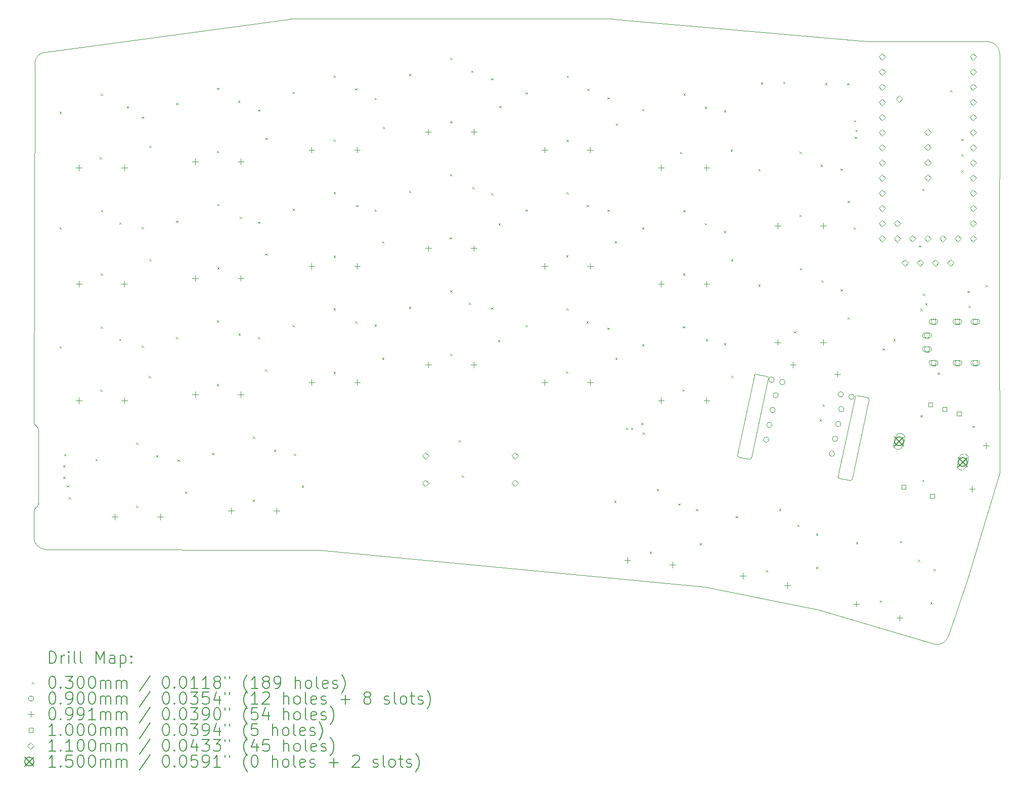
<source format=gbr>
%TF.GenerationSoftware,KiCad,Pcbnew,8.0.3+1*%
%TF.CreationDate,2024-08-06T22:55:26-04:00*%
%TF.ProjectId,iyada_flip,69796164-615f-4666-9c69-702e6b696361,rev?*%
%TF.SameCoordinates,Original*%
%TF.FileFunction,Drillmap*%
%TF.FilePolarity,Positive*%
%FSLAX45Y45*%
G04 Gerber Fmt 4.5, Leading zero omitted, Abs format (unit mm)*
G04 Created by KiCad (PCBNEW 8.0.3+1) date 2024-08-06 22:55:26*
%MOMM*%
%LPD*%
G01*
G04 APERTURE LIST*
%ADD10C,0.050000*%
%ADD11C,0.200000*%
%ADD12C,0.100000*%
%ADD13C,0.110000*%
%ADD14C,0.150000*%
G04 APERTURE END LIST*
D10*
X16767489Y-4484162D02*
X11430001Y-4484101D01*
X20234101Y-14391600D02*
X22184520Y-14967747D01*
X11392362Y-4487784D02*
X7318801Y-5041802D01*
X22747101Y-13860601D02*
X23274725Y-12094541D01*
X23073701Y-4867301D02*
X21057240Y-4867485D01*
X23274725Y-12094541D02*
X23271396Y-9301896D01*
X11887101Y-13385600D02*
X18343100Y-14010600D01*
X7107959Y-12739306D02*
G75*
G02*
X7148659Y-12674876I71321J16D01*
G01*
X7137401Y-11302170D02*
G75*
G02*
X7178105Y-11366600I-30641J-64430D01*
G01*
X22747101Y-13860601D02*
X22421731Y-14813700D01*
X18343100Y-14010600D02*
X20234101Y-14391600D01*
X22421731Y-14813700D02*
G75*
G02*
X22184521Y-14967743I-195631J41590D01*
G01*
X7178600Y-12366601D02*
X7179100Y-12616600D01*
X7118800Y-5241801D02*
G75*
G02*
X7318801Y-5041800I200000J1D01*
G01*
X7106959Y-11243895D02*
X7118800Y-5241801D01*
X11392362Y-4487784D02*
G75*
G02*
X11430001Y-4484102I35968J-173487D01*
G01*
X23073701Y-4867301D02*
G75*
G02*
X23273699Y-5067300I9J-199989D01*
G01*
X7306329Y-13379422D02*
G75*
G02*
X7106328Y-13179421I1J200002D01*
G01*
X21057240Y-4867485D02*
X16805128Y-4487844D01*
X7178101Y-11366600D02*
X7178600Y-12366601D01*
X7306329Y-13379422D02*
X11887101Y-13385600D01*
X7179100Y-12616600D02*
G75*
G02*
X7148658Y-12674875I-70980J-10D01*
G01*
X7107959Y-12739306D02*
X7106330Y-13179421D01*
X23271396Y-9301896D02*
X23273700Y-5067300D01*
X7137401Y-11302172D02*
G75*
G02*
X7106955Y-11243895I40579J58292D01*
G01*
X16767489Y-4484162D02*
G75*
G02*
X16805128Y-4487844I1651J-177338D01*
G01*
X20592090Y-12187088D02*
X20768156Y-12224512D01*
X20803738Y-12201405D02*
X21086498Y-10871124D01*
X20851742Y-10821225D02*
X20568983Y-12151506D01*
X21063391Y-10835542D02*
X20887326Y-10798119D01*
X20592090Y-12187088D02*
G75*
G02*
X20568982Y-12151506I6237J29345D01*
G01*
X20803738Y-12201405D02*
G75*
G02*
X20768156Y-12224512I-29344J6237D01*
G01*
X20851742Y-10821225D02*
G75*
G02*
X20887326Y-10798118I29345J-6238D01*
G01*
X21063391Y-10835542D02*
G75*
G02*
X21086498Y-10871124I-6237J-29344D01*
G01*
X18908453Y-11829219D02*
X19084520Y-11866643D01*
X19120102Y-11843537D02*
X19402861Y-10513255D01*
X19168106Y-10463357D02*
X18885346Y-11793637D01*
X19379755Y-10477674D02*
X19203688Y-10440250D01*
X18908453Y-11829219D02*
G75*
G02*
X18885346Y-11793637I6237J29345D01*
G01*
X19120102Y-11843537D02*
G75*
G02*
X19084520Y-11866644I-29345J6238D01*
G01*
X19168106Y-10463357D02*
G75*
G02*
X19203688Y-10440250I29344J-6237D01*
G01*
X19379755Y-10477674D02*
G75*
G02*
X19402861Y-10513255I-6238J-29344D01*
G01*
D11*
D12*
X7536613Y-6043846D02*
X7566613Y-6073846D01*
X7566613Y-6043846D02*
X7536613Y-6073846D01*
X7536614Y-7978845D02*
X7566614Y-8008845D01*
X7566614Y-7978845D02*
X7536614Y-8008845D01*
X7536614Y-9976347D02*
X7566614Y-10006347D01*
X7566614Y-9976347D02*
X7536614Y-10006347D01*
X7594700Y-11966886D02*
X7624700Y-11996886D01*
X7624700Y-11966886D02*
X7594700Y-11996886D01*
X7598200Y-12158887D02*
X7628200Y-12188887D01*
X7628200Y-12158887D02*
X7598200Y-12188887D01*
X7612200Y-11777887D02*
X7642200Y-11807887D01*
X7642200Y-11777887D02*
X7612200Y-11807887D01*
X7655914Y-12304100D02*
X7685914Y-12334100D01*
X7685914Y-12304100D02*
X7655914Y-12334100D01*
X7690414Y-12504100D02*
X7720414Y-12534100D01*
X7720414Y-12504100D02*
X7690414Y-12534100D01*
X8137114Y-11862346D02*
X8167114Y-11892346D01*
X8167114Y-11862346D02*
X8137114Y-11892346D01*
X8206509Y-6805747D02*
X8236509Y-6835747D01*
X8236509Y-6805747D02*
X8206509Y-6835747D01*
X8216009Y-10700248D02*
X8246009Y-10730248D01*
X8246009Y-10700248D02*
X8216009Y-10730248D01*
X8223101Y-9638602D02*
X8253101Y-9668602D01*
X8253101Y-9638602D02*
X8223101Y-9668602D01*
X8225509Y-8750248D02*
X8255509Y-8780248D01*
X8255509Y-8750248D02*
X8225509Y-8780248D01*
X8225601Y-5737600D02*
X8255601Y-5767600D01*
X8255601Y-5737600D02*
X8225601Y-5767600D01*
X8227601Y-7688601D02*
X8257601Y-7718601D01*
X8257601Y-7688601D02*
X8227601Y-7718601D01*
X8533102Y-9849100D02*
X8563102Y-9879100D01*
X8563102Y-9849100D02*
X8533102Y-9879100D01*
X8539102Y-7898601D02*
X8569102Y-7928601D01*
X8569102Y-7898601D02*
X8539102Y-7928601D01*
X8661100Y-5947101D02*
X8691100Y-5977101D01*
X8691100Y-5947101D02*
X8661100Y-5977101D01*
X8818009Y-12645748D02*
X8848009Y-12675748D01*
X8848009Y-12645748D02*
X8818009Y-12675748D01*
X8819101Y-11588102D02*
X8849101Y-11618102D01*
X8849101Y-11588102D02*
X8819101Y-11618102D01*
X8909811Y-7973797D02*
X8939811Y-8003797D01*
X8939811Y-7973797D02*
X8909811Y-8003797D01*
X8909811Y-9961296D02*
X8939811Y-9991296D01*
X8939811Y-9961296D02*
X8909811Y-9991296D01*
X8910311Y-6124298D02*
X8940311Y-6154298D01*
X8940311Y-6124298D02*
X8910311Y-6154298D01*
X9030417Y-10471396D02*
X9060417Y-10501396D01*
X9060417Y-10471396D02*
X9030417Y-10501396D01*
X9036917Y-8513396D02*
X9066917Y-8543396D01*
X9066917Y-8513396D02*
X9036917Y-8543396D01*
X9038417Y-6608895D02*
X9068417Y-6638895D01*
X9068417Y-6608895D02*
X9038417Y-6638895D01*
X9152102Y-11801100D02*
X9182102Y-11831100D01*
X9182102Y-11801100D02*
X9152102Y-11831100D01*
X9486113Y-7865347D02*
X9516113Y-7895347D01*
X9516113Y-7865347D02*
X9486113Y-7895347D01*
X9486114Y-5892846D02*
X9516114Y-5922846D01*
X9516114Y-5892846D02*
X9486114Y-5922846D01*
X9486614Y-9819846D02*
X9516614Y-9849846D01*
X9516614Y-9819846D02*
X9486614Y-9849846D01*
X9509811Y-11872296D02*
X9539811Y-11902296D01*
X9539811Y-11872296D02*
X9509811Y-11902296D01*
X9634416Y-12407895D02*
X9664416Y-12437895D01*
X9664416Y-12407895D02*
X9634416Y-12437895D01*
X10086614Y-11763347D02*
X10116614Y-11793347D01*
X10116614Y-11763347D02*
X10086614Y-11793347D01*
X10168509Y-6698748D02*
X10198509Y-6728748D01*
X10198509Y-6698748D02*
X10168509Y-6728748D01*
X10169509Y-10603749D02*
X10199509Y-10633749D01*
X10199509Y-10603749D02*
X10169509Y-10633749D01*
X10169601Y-9537101D02*
X10199601Y-9567101D01*
X10199601Y-9537101D02*
X10169601Y-9567101D01*
X10174101Y-5638600D02*
X10204101Y-5668600D01*
X10204101Y-5638600D02*
X10174101Y-5668600D01*
X10175009Y-8650748D02*
X10205009Y-8680748D01*
X10205009Y-8650748D02*
X10175009Y-8680748D01*
X10177101Y-7587601D02*
X10207101Y-7617601D01*
X10207101Y-7587601D02*
X10177101Y-7617601D01*
X10524101Y-5854601D02*
X10554101Y-5884601D01*
X10554101Y-5854601D02*
X10524101Y-5884601D01*
X10533101Y-9758600D02*
X10563101Y-9788600D01*
X10563101Y-9758600D02*
X10533101Y-9788600D01*
X10554101Y-7802100D02*
X10584101Y-7832100D01*
X10584101Y-7802100D02*
X10554101Y-7832100D01*
X10769509Y-12545747D02*
X10799509Y-12575747D01*
X10799509Y-12545747D02*
X10769509Y-12575747D01*
X10771601Y-11488102D02*
X10801601Y-11518102D01*
X10801601Y-11488102D02*
X10771601Y-11518102D01*
X10859811Y-9816797D02*
X10889811Y-9846797D01*
X10889811Y-9816797D02*
X10859811Y-9846797D01*
X10859811Y-6003298D02*
X10889811Y-6033298D01*
X10889811Y-6003298D02*
X10859811Y-6033298D01*
X10859811Y-7882797D02*
X10889811Y-7912797D01*
X10889811Y-7882797D02*
X10859811Y-7912797D01*
X10976917Y-8417395D02*
X11006917Y-8447395D01*
X11006917Y-8417395D02*
X10976917Y-8447395D01*
X10977417Y-10362396D02*
X11007417Y-10392396D01*
X11007417Y-10362396D02*
X10977417Y-10392396D01*
X10986916Y-6478396D02*
X11016916Y-6508396D01*
X11016916Y-6478396D02*
X10986916Y-6508396D01*
X11125101Y-11706601D02*
X11155101Y-11736601D01*
X11155101Y-11706601D02*
X11125101Y-11736601D01*
X11436614Y-9618846D02*
X11466614Y-9648846D01*
X11466614Y-9618846D02*
X11436614Y-9648846D01*
X11436615Y-5707847D02*
X11466615Y-5737847D01*
X11466615Y-5707847D02*
X11436615Y-5737847D01*
X11437114Y-7666346D02*
X11467114Y-7696346D01*
X11467114Y-7666346D02*
X11437114Y-7696346D01*
X11459811Y-11772297D02*
X11489811Y-11802297D01*
X11489811Y-11772297D02*
X11459811Y-11802297D01*
X11591416Y-12309396D02*
X11621416Y-12339396D01*
X11621416Y-12309396D02*
X11591416Y-12339396D01*
X12120009Y-6507747D02*
X12150009Y-6537747D01*
X12150009Y-6507747D02*
X12120009Y-6537747D01*
X12123009Y-8456248D02*
X12153009Y-8486248D01*
X12153009Y-8456248D02*
X12123009Y-8486248D01*
X12123101Y-9337101D02*
X12153101Y-9367101D01*
X12153101Y-9337101D02*
X12123101Y-9367101D01*
X12123601Y-7387600D02*
X12153601Y-7417600D01*
X12153601Y-7387600D02*
X12123601Y-7417600D01*
X12124009Y-10403748D02*
X12154009Y-10433748D01*
X12154009Y-10403748D02*
X12124009Y-10433748D01*
X12124101Y-5438600D02*
X12154101Y-5468600D01*
X12154101Y-5438600D02*
X12124101Y-5468600D01*
X12484101Y-9554101D02*
X12514101Y-9584101D01*
X12514101Y-9554101D02*
X12484101Y-9584101D01*
X12484102Y-5650101D02*
X12514102Y-5680101D01*
X12514102Y-5650101D02*
X12484102Y-5680101D01*
X12499601Y-7606101D02*
X12529601Y-7636101D01*
X12529601Y-7606101D02*
X12499601Y-7636101D01*
X12809311Y-7678798D02*
X12839311Y-7708798D01*
X12839311Y-7678798D02*
X12809311Y-7708798D01*
X12809811Y-9606297D02*
X12839811Y-9636297D01*
X12839811Y-9606297D02*
X12809811Y-9636297D01*
X12810312Y-5807797D02*
X12840312Y-5837797D01*
X12840312Y-5807797D02*
X12810312Y-5837797D01*
X12934916Y-8215395D02*
X12964916Y-8245395D01*
X12964916Y-8215395D02*
X12934916Y-8245395D01*
X12935917Y-10165895D02*
X12965917Y-10195895D01*
X12965917Y-10165895D02*
X12935917Y-10195895D01*
X12947417Y-6294895D02*
X12977417Y-6324895D01*
X12977417Y-6294895D02*
X12947417Y-6324895D01*
X13386114Y-9310847D02*
X13416114Y-9340847D01*
X13416114Y-9310847D02*
X13386114Y-9340847D01*
X13386614Y-5408346D02*
X13416614Y-5438346D01*
X13416614Y-5408346D02*
X13386614Y-5438346D01*
X13386614Y-7368845D02*
X13416614Y-7398845D01*
X13416614Y-7368845D02*
X13386614Y-7398845D01*
X14067508Y-8145747D02*
X14097508Y-8175747D01*
X14097508Y-8145747D02*
X14067508Y-8175747D01*
X14072600Y-7087600D02*
X14102600Y-7117600D01*
X14102600Y-7087600D02*
X14072600Y-7117600D01*
X14073100Y-9037101D02*
X14103100Y-9067101D01*
X14103100Y-9037101D02*
X14073100Y-9067101D01*
X14074101Y-5137100D02*
X14104101Y-5167100D01*
X14104101Y-5137100D02*
X14074101Y-5167100D01*
X14075009Y-6198747D02*
X14105009Y-6228747D01*
X14105009Y-6198747D02*
X14075009Y-6228747D01*
X14076009Y-10097248D02*
X14106009Y-10127248D01*
X14106009Y-10097248D02*
X14076009Y-10127248D01*
X14218595Y-11546190D02*
X14248595Y-11576190D01*
X14248595Y-11546190D02*
X14218595Y-11576190D01*
X14268595Y-12137690D02*
X14298595Y-12167690D01*
X14298595Y-12137690D02*
X14268595Y-12167690D01*
X14390100Y-9242600D02*
X14420100Y-9272600D01*
X14420100Y-9242600D02*
X14390100Y-9272600D01*
X14425600Y-5353101D02*
X14455600Y-5383101D01*
X14455600Y-5353101D02*
X14425600Y-5383101D01*
X14445601Y-7303100D02*
X14475601Y-7333100D01*
X14475601Y-7303100D02*
X14445601Y-7333100D01*
X14760312Y-7404297D02*
X14790312Y-7434297D01*
X14790312Y-7404297D02*
X14760312Y-7434297D01*
X14761312Y-9324796D02*
X14791312Y-9354796D01*
X14791312Y-9324796D02*
X14761312Y-9354796D01*
X14762311Y-5480297D02*
X14792311Y-5510297D01*
X14792311Y-5480297D02*
X14762311Y-5510297D01*
X14876917Y-9869397D02*
X14906917Y-9899397D01*
X14906917Y-9869397D02*
X14876917Y-9899397D01*
X14882416Y-7912395D02*
X14912416Y-7942395D01*
X14912416Y-7912395D02*
X14882416Y-7942395D01*
X14898719Y-5946445D02*
X14928719Y-5976445D01*
X14928719Y-5946445D02*
X14898719Y-5976445D01*
X15336614Y-7681846D02*
X15366614Y-7711846D01*
X15366614Y-7681846D02*
X15336614Y-7711846D01*
X15336614Y-9613846D02*
X15366614Y-9643846D01*
X15366614Y-9613846D02*
X15336614Y-9643846D01*
X15336614Y-5717345D02*
X15366614Y-5747345D01*
X15366614Y-5717345D02*
X15336614Y-5747345D01*
X16015009Y-10395747D02*
X16045009Y-10425747D01*
X16045009Y-10395747D02*
X16015009Y-10425747D01*
X16019509Y-8446748D02*
X16049509Y-8476748D01*
X16049509Y-8446748D02*
X16019509Y-8476748D01*
X16020600Y-9337101D02*
X16050600Y-9367101D01*
X16050600Y-9337101D02*
X16020600Y-9367101D01*
X16023009Y-6513747D02*
X16053009Y-6543747D01*
X16053009Y-6513747D02*
X16023009Y-6543747D01*
X16023601Y-7388600D02*
X16053601Y-7418600D01*
X16053601Y-7388600D02*
X16023601Y-7418600D01*
X16027101Y-5437101D02*
X16057101Y-5467101D01*
X16057101Y-5437101D02*
X16027101Y-5467101D01*
X16358101Y-9555600D02*
X16388101Y-9585600D01*
X16388101Y-9555600D02*
X16358101Y-9585600D01*
X16363100Y-7603101D02*
X16393100Y-7633101D01*
X16393100Y-7603101D02*
X16363100Y-7633101D01*
X16370101Y-5657101D02*
X16400101Y-5687101D01*
X16400101Y-5657101D02*
X16370101Y-5687101D01*
X16709811Y-9663798D02*
X16739811Y-9693798D01*
X16739811Y-9663798D02*
X16709811Y-9693798D01*
X16709812Y-5801797D02*
X16739812Y-5831797D01*
X16739812Y-5801797D02*
X16709812Y-5831797D01*
X16710312Y-7682297D02*
X16740312Y-7712297D01*
X16740312Y-7682297D02*
X16710312Y-7712297D01*
X16822986Y-12562587D02*
X16852986Y-12592587D01*
X16852986Y-12562587D02*
X16822986Y-12592587D01*
X16830417Y-8209395D02*
X16860417Y-8239395D01*
X16860417Y-8209395D02*
X16830417Y-8239395D01*
X16838916Y-10167896D02*
X16868916Y-10197896D01*
X16868916Y-10167896D02*
X16838916Y-10197896D01*
X16848219Y-6240945D02*
X16878219Y-6270945D01*
X16878219Y-6240945D02*
X16848219Y-6270945D01*
X17016095Y-11338690D02*
X17046095Y-11368690D01*
X17046095Y-11338690D02*
X17016095Y-11368690D01*
X17103595Y-11337190D02*
X17133595Y-11367190D01*
X17133595Y-11337190D02*
X17103595Y-11367190D01*
X17272777Y-11257730D02*
X17302777Y-11287730D01*
X17302777Y-11257730D02*
X17272777Y-11287730D01*
X17286614Y-9937846D02*
X17316614Y-9967846D01*
X17316614Y-9937846D02*
X17286614Y-9967846D01*
X17286614Y-7979346D02*
X17316614Y-8009346D01*
X17316614Y-7979346D02*
X17286614Y-8009346D01*
X17286614Y-5996846D02*
X17316614Y-6026846D01*
X17316614Y-5996846D02*
X17286614Y-6026846D01*
X17302277Y-11419730D02*
X17332277Y-11449730D01*
X17332277Y-11419730D02*
X17302277Y-11449730D01*
X17416510Y-13415199D02*
X17446510Y-13445199D01*
X17446510Y-13415199D02*
X17416510Y-13445199D01*
X17534787Y-12367237D02*
X17564787Y-12397237D01*
X17564787Y-12367237D02*
X17534787Y-12397237D01*
X17893093Y-12607947D02*
X17923093Y-12637947D01*
X17923093Y-12607947D02*
X17893093Y-12637947D01*
X17922277Y-6714230D02*
X17952277Y-6744230D01*
X17952277Y-6714230D02*
X17922277Y-6744230D01*
X17967508Y-10696248D02*
X17997508Y-10726248D01*
X17997508Y-10696248D02*
X17967508Y-10726248D01*
X17968601Y-9636601D02*
X17998601Y-9666601D01*
X17998601Y-9636601D02*
X17968601Y-9666601D01*
X17976009Y-8750248D02*
X18006009Y-8780248D01*
X18006009Y-8750248D02*
X17976009Y-8780248D01*
X17976601Y-7688600D02*
X18006601Y-7718600D01*
X18006601Y-7688600D02*
X17976601Y-7718600D01*
X17981600Y-5738601D02*
X18011600Y-5768601D01*
X18011600Y-5738601D02*
X17981600Y-5768601D01*
X18188848Y-12699559D02*
X18218848Y-12729559D01*
X18218848Y-12699559D02*
X18188848Y-12729559D01*
X18252916Y-13272492D02*
X18282916Y-13302492D01*
X18282916Y-13272492D02*
X18252916Y-13302492D01*
X18338101Y-5957601D02*
X18368101Y-5987601D01*
X18368101Y-5957601D02*
X18338101Y-5987601D01*
X18339600Y-7909601D02*
X18369600Y-7939601D01*
X18369600Y-7909601D02*
X18339600Y-7939601D01*
X18355101Y-9853101D02*
X18385101Y-9883101D01*
X18385101Y-9853101D02*
X18355101Y-9883101D01*
X18659311Y-9921797D02*
X18689311Y-9951797D01*
X18689311Y-9921797D02*
X18659311Y-9951797D01*
X18659811Y-6014797D02*
X18689811Y-6044797D01*
X18689811Y-6014797D02*
X18659811Y-6044797D01*
X18659812Y-8040297D02*
X18689812Y-8070297D01*
X18689812Y-8040297D02*
X18659812Y-8070297D01*
X18771916Y-6676230D02*
X18801916Y-6706230D01*
X18801916Y-6676230D02*
X18771916Y-6706230D01*
X18779417Y-8512396D02*
X18809417Y-8542396D01*
X18809417Y-8512396D02*
X18779417Y-8542396D01*
X18784417Y-10470395D02*
X18814417Y-10500395D01*
X18814417Y-10470395D02*
X18784417Y-10500395D01*
X18860673Y-12821268D02*
X18890673Y-12851268D01*
X18890673Y-12821268D02*
X18860673Y-12851268D01*
X19236114Y-7002846D02*
X19266114Y-7032846D01*
X19266114Y-7002846D02*
X19236114Y-7032846D01*
X19236614Y-8938347D02*
X19266614Y-8968347D01*
X19266614Y-8938347D02*
X19236614Y-8968347D01*
X19279101Y-5549230D02*
X19309101Y-5579230D01*
X19309101Y-5549230D02*
X19279101Y-5579230D01*
X19363768Y-13724507D02*
X19393768Y-13754507D01*
X19393768Y-13724507D02*
X19363768Y-13754507D01*
X19583192Y-12695680D02*
X19613192Y-12725680D01*
X19613192Y-12695680D02*
X19583192Y-12725680D01*
X19649100Y-5538730D02*
X19679100Y-5568730D01*
X19679100Y-5538730D02*
X19649100Y-5568730D01*
X19831777Y-9720230D02*
X19861777Y-9750230D01*
X19861777Y-9720230D02*
X19831777Y-9750230D01*
X19889457Y-12964037D02*
X19919457Y-12994037D01*
X19919457Y-12964037D02*
X19889457Y-12994037D01*
X19924509Y-7770748D02*
X19954509Y-7800748D01*
X19954509Y-7770748D02*
X19924509Y-7800748D01*
X19927101Y-6713100D02*
X19957101Y-6743100D01*
X19957101Y-6713100D02*
X19927101Y-6743100D01*
X19929600Y-8662101D02*
X19959600Y-8692101D01*
X19959600Y-8662101D02*
X19929600Y-8692101D01*
X20202090Y-13668733D02*
X20232090Y-13698733D01*
X20232090Y-13668733D02*
X20202090Y-13698733D01*
X20202521Y-13113082D02*
X20232521Y-13143082D01*
X20232521Y-13113082D02*
X20202521Y-13143082D01*
X20260479Y-11197974D02*
X20290479Y-11227974D01*
X20290479Y-11197974D02*
X20260479Y-11227974D01*
X20275601Y-6929601D02*
X20305601Y-6959601D01*
X20305601Y-6929601D02*
X20275601Y-6959601D01*
X20288101Y-8869101D02*
X20318101Y-8899101D01*
X20318101Y-8869101D02*
X20288101Y-8899101D01*
X20309128Y-10948641D02*
X20339128Y-10978641D01*
X20339128Y-10948641D02*
X20309128Y-10978641D01*
X20353101Y-5559730D02*
X20383101Y-5589730D01*
X20383101Y-5559730D02*
X20353101Y-5589730D01*
X20609811Y-6996297D02*
X20639811Y-7026297D01*
X20639811Y-6996297D02*
X20609811Y-7026297D01*
X20609811Y-9016797D02*
X20639811Y-9046797D01*
X20639811Y-9016797D02*
X20609811Y-9046797D01*
X20723100Y-5563230D02*
X20753100Y-5593230D01*
X20753100Y-5563230D02*
X20723100Y-5593230D01*
X20729416Y-7537396D02*
X20759416Y-7567396D01*
X20759416Y-7537396D02*
X20729416Y-7567396D01*
X20729916Y-9486896D02*
X20759916Y-9516896D01*
X20759916Y-9486896D02*
X20729916Y-9516896D01*
X20832277Y-7983230D02*
X20862277Y-8013230D01*
X20862277Y-7983230D02*
X20832277Y-8013230D01*
X20835277Y-6181230D02*
X20865277Y-6211230D01*
X20865277Y-6181230D02*
X20835277Y-6211230D01*
X20846777Y-6461730D02*
X20876777Y-6491730D01*
X20876777Y-6461730D02*
X20846777Y-6491730D01*
X20859777Y-6341730D02*
X20889777Y-6371730D01*
X20889777Y-6341730D02*
X20859777Y-6371730D01*
X20869027Y-13258282D02*
X20899027Y-13288282D01*
X20899027Y-13258282D02*
X20869027Y-13288282D01*
X21267534Y-14231986D02*
X21297534Y-14261986D01*
X21297534Y-14231986D02*
X21267534Y-14261986D01*
X21312433Y-10007293D02*
X21342433Y-10037293D01*
X21342433Y-10007293D02*
X21312433Y-10037293D01*
X21497951Y-9851965D02*
X21527951Y-9881965D01*
X21527951Y-9851965D02*
X21497951Y-9881965D01*
X21607986Y-13232994D02*
X21637986Y-13262994D01*
X21637986Y-13232994D02*
X21607986Y-13262994D01*
X21908092Y-13550423D02*
X21938092Y-13580423D01*
X21938092Y-13550423D02*
X21908092Y-13580423D01*
X21922878Y-8282955D02*
X21952878Y-8312955D01*
X21952878Y-8282955D02*
X21922878Y-8312955D01*
X21949043Y-11127741D02*
X21979043Y-11157741D01*
X21979043Y-11127741D02*
X21949043Y-11157741D01*
X21951121Y-9344953D02*
X21981121Y-9374953D01*
X21981121Y-9344953D02*
X21951121Y-9374953D01*
X21979660Y-12208989D02*
X22009660Y-12238989D01*
X22009660Y-12208989D02*
X21979660Y-12238989D01*
X21979777Y-7334730D02*
X22009777Y-7364730D01*
X22009777Y-7334730D02*
X21979777Y-7364730D01*
X21992378Y-9089455D02*
X22022378Y-9119455D01*
X22022378Y-9089455D02*
X21992378Y-9119455D01*
X22031378Y-9248955D02*
X22061378Y-9278955D01*
X22061378Y-9248955D02*
X22031378Y-9278955D01*
X22116106Y-14263919D02*
X22146106Y-14293919D01*
X22146106Y-14263919D02*
X22116106Y-14293919D01*
X22167459Y-13705877D02*
X22197459Y-13735877D01*
X22197459Y-13705877D02*
X22167459Y-13735877D01*
X22234835Y-10413974D02*
X22264835Y-10443974D01*
X22264835Y-10413974D02*
X22234835Y-10443974D01*
X22447276Y-5678230D02*
X22477276Y-5708230D01*
X22477276Y-5678230D02*
X22447276Y-5708230D01*
X22632776Y-6754230D02*
X22662776Y-6784230D01*
X22662776Y-6754230D02*
X22632776Y-6784230D01*
X22635276Y-6494230D02*
X22665276Y-6524230D01*
X22665276Y-6494230D02*
X22635276Y-6524230D01*
X22636776Y-7023600D02*
X22666776Y-7053600D01*
X22666776Y-7023600D02*
X22636776Y-7053600D01*
X22738776Y-9043730D02*
X22768776Y-9073730D01*
X22768776Y-9043730D02*
X22738776Y-9073730D01*
X22755785Y-9291803D02*
X22785785Y-9321803D01*
X22785785Y-9291803D02*
X22755785Y-9321803D01*
X22820486Y-11304456D02*
X22850486Y-11334456D01*
X22850486Y-11304456D02*
X22820486Y-11334456D01*
X23040607Y-8946235D02*
X23070607Y-8976235D01*
X23070607Y-8946235D02*
X23040607Y-8976235D01*
X19412506Y-11539328D02*
G75*
G02*
X19322506Y-11539328I-45000J0D01*
G01*
X19322506Y-11539328D02*
G75*
G02*
X19412506Y-11539328I45000J0D01*
G01*
X19465316Y-11290878D02*
G75*
G02*
X19375316Y-11290878I-45000J0D01*
G01*
X19375316Y-11290878D02*
G75*
G02*
X19465316Y-11290878I45000J0D01*
G01*
X19500803Y-10534733D02*
G75*
G02*
X19410803Y-10534733I-45000J0D01*
G01*
X19410803Y-10534733D02*
G75*
G02*
X19500803Y-10534733I45000J0D01*
G01*
X19518126Y-11042428D02*
G75*
G02*
X19428126Y-11042428I-45000J0D01*
G01*
X19428126Y-11042428D02*
G75*
G02*
X19518126Y-11042428I45000J0D01*
G01*
X19570935Y-10793979D02*
G75*
G02*
X19480935Y-10793979I-45000J0D01*
G01*
X19480935Y-10793979D02*
G75*
G02*
X19570935Y-10793979I45000J0D01*
G01*
X19681760Y-10573196D02*
G75*
G02*
X19591760Y-10573196I-45000J0D01*
G01*
X19591760Y-10573196D02*
G75*
G02*
X19681760Y-10573196I45000J0D01*
G01*
X20511700Y-11772968D02*
G75*
G02*
X20421700Y-11772968I-45000J0D01*
G01*
X20421700Y-11772968D02*
G75*
G02*
X20511700Y-11772968I45000J0D01*
G01*
X20564509Y-11524519D02*
G75*
G02*
X20474509Y-11524519I-45000J0D01*
G01*
X20474509Y-11524519D02*
G75*
G02*
X20564509Y-11524519I45000J0D01*
G01*
X20617319Y-11276069D02*
G75*
G02*
X20527319Y-11276069I-45000J0D01*
G01*
X20527319Y-11276069D02*
G75*
G02*
X20617319Y-11276069I45000J0D01*
G01*
X20658685Y-10780847D02*
G75*
G02*
X20568685Y-10780847I-45000J0D01*
G01*
X20568685Y-10780847D02*
G75*
G02*
X20658685Y-10780847I45000J0D01*
G01*
X20670129Y-11027619D02*
G75*
G02*
X20580129Y-11027619I-45000J0D01*
G01*
X20580129Y-11027619D02*
G75*
G02*
X20670129Y-11027619I45000J0D01*
G01*
X20839643Y-10819311D02*
G75*
G02*
X20749643Y-10819311I-45000J0D01*
G01*
X20749643Y-10819311D02*
G75*
G02*
X20839643Y-10819311I45000J0D01*
G01*
X22103285Y-10021803D02*
G75*
G02*
X22013285Y-10021803I-45000J0D01*
G01*
X22013285Y-10021803D02*
G75*
G02*
X22103285Y-10021803I45000J0D01*
G01*
X22088285Y-9976803D02*
X22028285Y-9976803D01*
X22028285Y-10066803D02*
G75*
G02*
X22028285Y-9976803I0J45000D01*
G01*
X22028285Y-10066803D02*
X22088285Y-10066803D01*
X22088285Y-10066803D02*
G75*
G03*
X22088285Y-9976803I0J45000D01*
G01*
X22103286Y-9791803D02*
G75*
G02*
X22013286Y-9791803I-45000J0D01*
G01*
X22013286Y-9791803D02*
G75*
G02*
X22103286Y-9791803I45000J0D01*
G01*
X22088286Y-9746803D02*
X22028286Y-9746803D01*
X22028286Y-9836803D02*
G75*
G02*
X22028286Y-9746803I0J45000D01*
G01*
X22028286Y-9836803D02*
X22088286Y-9836803D01*
X22088286Y-9836803D02*
G75*
G03*
X22088286Y-9746803I0J45000D01*
G01*
X22213284Y-9561803D02*
G75*
G02*
X22123284Y-9561803I-45000J0D01*
G01*
X22123284Y-9561803D02*
G75*
G02*
X22213284Y-9561803I45000J0D01*
G01*
X22198284Y-9516803D02*
X22138284Y-9516803D01*
X22138284Y-9606803D02*
G75*
G02*
X22138284Y-9516803I0J45000D01*
G01*
X22138284Y-9606803D02*
X22198284Y-9606803D01*
X22198284Y-9606803D02*
G75*
G03*
X22198284Y-9516803I0J45000D01*
G01*
X22213284Y-10251803D02*
G75*
G02*
X22123284Y-10251803I-45000J0D01*
G01*
X22123284Y-10251803D02*
G75*
G02*
X22213284Y-10251803I45000J0D01*
G01*
X22198284Y-10206803D02*
X22138284Y-10206803D01*
X22138284Y-10296803D02*
G75*
G02*
X22138284Y-10206803I0J45000D01*
G01*
X22138284Y-10296803D02*
X22198284Y-10296803D01*
X22198284Y-10296803D02*
G75*
G03*
X22198284Y-10206803I0J45000D01*
G01*
X22613285Y-9561803D02*
G75*
G02*
X22523285Y-9561803I-45000J0D01*
G01*
X22523285Y-9561803D02*
G75*
G02*
X22613285Y-9561803I45000J0D01*
G01*
X22598285Y-9516803D02*
X22538285Y-9516803D01*
X22538285Y-9606803D02*
G75*
G02*
X22538285Y-9516803I0J45000D01*
G01*
X22538285Y-9606803D02*
X22598285Y-9606803D01*
X22598285Y-9606803D02*
G75*
G03*
X22598285Y-9516803I0J45000D01*
G01*
X22613285Y-10251803D02*
G75*
G02*
X22523285Y-10251803I-45000J0D01*
G01*
X22523285Y-10251803D02*
G75*
G02*
X22613285Y-10251803I45000J0D01*
G01*
X22598285Y-10206803D02*
X22538285Y-10206803D01*
X22538285Y-10296803D02*
G75*
G02*
X22538285Y-10206803I0J45000D01*
G01*
X22538285Y-10296803D02*
X22598285Y-10296803D01*
X22598285Y-10296803D02*
G75*
G03*
X22598285Y-10206803I0J45000D01*
G01*
X22913285Y-9561803D02*
G75*
G02*
X22823285Y-9561803I-45000J0D01*
G01*
X22823285Y-9561803D02*
G75*
G02*
X22913285Y-9561803I45000J0D01*
G01*
X22898285Y-9516803D02*
X22838285Y-9516803D01*
X22838285Y-9606803D02*
G75*
G02*
X22838285Y-9516803I0J45000D01*
G01*
X22838285Y-9606803D02*
X22898285Y-9606803D01*
X22898285Y-9606803D02*
G75*
G03*
X22898285Y-9516803I0J45000D01*
G01*
X22913285Y-10251803D02*
G75*
G02*
X22823285Y-10251803I-45000J0D01*
G01*
X22823285Y-10251803D02*
G75*
G02*
X22913285Y-10251803I45000J0D01*
G01*
X22898285Y-10206803D02*
X22838285Y-10206803D01*
X22838285Y-10296803D02*
G75*
G02*
X22838285Y-10206803I0J45000D01*
G01*
X22838285Y-10296803D02*
X22898285Y-10296803D01*
X22898285Y-10296803D02*
G75*
G03*
X22898285Y-10206803I0J45000D01*
G01*
X7857201Y-8880971D02*
X7857201Y-8980031D01*
X7807671Y-8930501D02*
X7906731Y-8930501D01*
X7857201Y-10830970D02*
X7857201Y-10930030D01*
X7807671Y-10880500D02*
X7906731Y-10880500D01*
X7857201Y-6930972D02*
X7857201Y-7030032D01*
X7807671Y-6980502D02*
X7906731Y-6980502D01*
X8457201Y-12780970D02*
X8457201Y-12880030D01*
X8407671Y-12830500D02*
X8506731Y-12830500D01*
X8619200Y-8880971D02*
X8619200Y-8980031D01*
X8569670Y-8930501D02*
X8668730Y-8930501D01*
X8619200Y-10830971D02*
X8619200Y-10930031D01*
X8569670Y-10880501D02*
X8668730Y-10880501D01*
X8619201Y-6930972D02*
X8619201Y-7030032D01*
X8569671Y-6980502D02*
X8668731Y-6980502D01*
X9219201Y-12780970D02*
X9219201Y-12880030D01*
X9169671Y-12830500D02*
X9268731Y-12830500D01*
X9807200Y-8780970D02*
X9807200Y-8880030D01*
X9757670Y-8830500D02*
X9856730Y-8830500D01*
X9807200Y-10730970D02*
X9807200Y-10830030D01*
X9757670Y-10780500D02*
X9856730Y-10780500D01*
X9807201Y-6830969D02*
X9807201Y-6930029D01*
X9757671Y-6880499D02*
X9856731Y-6880499D01*
X10407201Y-12680970D02*
X10407201Y-12780030D01*
X10357671Y-12730500D02*
X10456731Y-12730500D01*
X10569200Y-8780971D02*
X10569200Y-8880031D01*
X10519670Y-8830501D02*
X10618730Y-8830501D01*
X10569200Y-10730970D02*
X10569200Y-10830030D01*
X10519670Y-10780500D02*
X10618730Y-10780500D01*
X10569201Y-6830970D02*
X10569201Y-6930030D01*
X10519671Y-6880500D02*
X10618731Y-6880500D01*
X11169201Y-12680970D02*
X11169201Y-12780030D01*
X11119671Y-12730500D02*
X11218731Y-12730500D01*
X11757200Y-6630971D02*
X11757200Y-6730031D01*
X11707670Y-6680501D02*
X11806730Y-6680501D01*
X11757201Y-8580970D02*
X11757201Y-8680030D01*
X11707671Y-8630500D02*
X11806731Y-8630500D01*
X11757201Y-10530970D02*
X11757201Y-10630030D01*
X11707671Y-10580500D02*
X11806731Y-10580500D01*
X12519200Y-6630971D02*
X12519200Y-6730031D01*
X12469670Y-6680501D02*
X12568730Y-6680501D01*
X12519200Y-8580971D02*
X12519200Y-8680031D01*
X12469670Y-8630501D02*
X12568730Y-8630501D01*
X12519201Y-10530971D02*
X12519201Y-10630031D01*
X12469671Y-10580501D02*
X12568731Y-10580501D01*
X13707200Y-6330970D02*
X13707200Y-6430030D01*
X13657670Y-6380500D02*
X13756730Y-6380500D01*
X13707201Y-10230970D02*
X13707201Y-10330030D01*
X13657671Y-10280500D02*
X13756731Y-10280500D01*
X13707202Y-8280970D02*
X13707202Y-8380030D01*
X13657672Y-8330500D02*
X13756732Y-8330500D01*
X14469200Y-6330970D02*
X14469200Y-6430030D01*
X14419670Y-6380500D02*
X14518730Y-6380500D01*
X14469201Y-10230970D02*
X14469201Y-10330030D01*
X14419671Y-10280500D02*
X14518731Y-10280500D01*
X14469201Y-8280971D02*
X14469201Y-8380031D01*
X14419671Y-8330501D02*
X14518731Y-8330501D01*
X15657200Y-10530970D02*
X15657200Y-10630030D01*
X15607670Y-10580500D02*
X15706730Y-10580500D01*
X15657200Y-8580970D02*
X15657200Y-8680030D01*
X15607670Y-8630500D02*
X15706730Y-8630500D01*
X15657201Y-6630970D02*
X15657201Y-6730030D01*
X15607671Y-6680500D02*
X15706731Y-6680500D01*
X16419200Y-10530971D02*
X16419200Y-10630031D01*
X16369670Y-10580501D02*
X16468730Y-10580501D01*
X16419200Y-8580971D02*
X16419200Y-8680031D01*
X16369670Y-8630501D02*
X16468730Y-8630501D01*
X16419201Y-6630971D02*
X16419201Y-6730031D01*
X16369671Y-6680501D02*
X16468731Y-6680501D01*
X17042053Y-13507576D02*
X17042053Y-13606636D01*
X16992523Y-13557106D02*
X17091583Y-13557106D01*
X17607201Y-8880970D02*
X17607201Y-8980030D01*
X17557671Y-8930500D02*
X17656731Y-8930500D01*
X17607201Y-10830970D02*
X17607201Y-10930030D01*
X17557671Y-10880500D02*
X17656731Y-10880500D01*
X17607201Y-6930970D02*
X17607201Y-7030030D01*
X17557671Y-6980500D02*
X17656731Y-6980500D01*
X17799879Y-13587227D02*
X17799879Y-13686287D01*
X17750349Y-13636757D02*
X17849409Y-13636757D01*
X18369201Y-8880971D02*
X18369201Y-8980031D01*
X18319671Y-8930501D02*
X18418731Y-8930501D01*
X18369201Y-10830970D02*
X18369201Y-10930030D01*
X18319671Y-10880500D02*
X18418731Y-10880500D01*
X18369201Y-6930971D02*
X18369201Y-7030031D01*
X18319671Y-6980501D02*
X18418731Y-6980501D01*
X18977635Y-13774516D02*
X18977635Y-13873576D01*
X18928105Y-13824046D02*
X19027165Y-13824046D01*
X19557201Y-7905971D02*
X19557201Y-8005031D01*
X19507671Y-7955501D02*
X19606731Y-7955501D01*
X19557201Y-9855971D02*
X19557201Y-9955031D01*
X19507671Y-9905501D02*
X19606731Y-9905501D01*
X19722984Y-13932945D02*
X19722984Y-14032005D01*
X19673454Y-13982475D02*
X19772514Y-13982475D01*
X19814522Y-10230951D02*
X19814522Y-10330011D01*
X19764992Y-10280481D02*
X19864052Y-10280481D01*
X20319201Y-7905971D02*
X20319201Y-8005031D01*
X20269671Y-7955501D02*
X20368731Y-7955501D01*
X20319201Y-9855972D02*
X20319201Y-9955032D01*
X20269671Y-9905502D02*
X20368731Y-9905502D01*
X20559870Y-10389380D02*
X20559870Y-10488440D01*
X20510340Y-10438910D02*
X20609400Y-10438910D01*
X20874713Y-14242319D02*
X20874713Y-14341379D01*
X20825183Y-14291849D02*
X20924243Y-14291849D01*
X21599417Y-14477789D02*
X21599417Y-14576849D01*
X21549887Y-14527319D02*
X21648947Y-14527319D01*
X22814080Y-12314606D02*
X22814080Y-12413666D01*
X22764550Y-12364136D02*
X22863610Y-12364136D01*
X23049551Y-11589901D02*
X23049551Y-11688961D01*
X23000021Y-11639431D02*
X23099081Y-11639431D01*
X21705655Y-12364219D02*
X21705655Y-12293507D01*
X21634944Y-12293507D01*
X21634944Y-12364219D01*
X21705655Y-12364219D01*
X22153729Y-10985186D02*
X22153729Y-10914475D01*
X22083018Y-10914475D01*
X22083018Y-10985186D01*
X22153729Y-10985186D01*
X22181185Y-12518727D02*
X22181185Y-12448016D01*
X22110474Y-12448016D01*
X22110474Y-12518727D01*
X22181185Y-12518727D01*
X22391495Y-11062441D02*
X22391495Y-10991730D01*
X22320783Y-10991730D01*
X22320783Y-11062441D01*
X22391495Y-11062441D01*
X22629258Y-11139695D02*
X22629258Y-11068984D01*
X22558547Y-11068984D01*
X22558547Y-11139695D01*
X22629258Y-11139695D01*
D13*
X13658800Y-12319300D02*
X13713800Y-12264300D01*
X13658800Y-12209300D01*
X13603800Y-12264300D01*
X13658800Y-12319300D01*
X13658800Y-11865301D02*
X13713800Y-11810301D01*
X13658800Y-11755301D01*
X13603800Y-11810301D01*
X13658800Y-11865301D01*
X15158801Y-12319300D02*
X15213801Y-12264300D01*
X15158801Y-12209300D01*
X15103801Y-12264300D01*
X15158801Y-12319300D01*
X15158801Y-11865301D02*
X15213801Y-11810301D01*
X15158801Y-11755301D01*
X15103801Y-11810301D01*
X15158801Y-11865301D01*
X21304350Y-6700301D02*
X21359350Y-6645301D01*
X21304350Y-6590301D01*
X21249350Y-6645301D01*
X21304350Y-6700301D01*
X21304350Y-6954302D02*
X21359350Y-6899302D01*
X21304350Y-6844302D01*
X21249350Y-6899302D01*
X21304350Y-6954302D01*
X21304350Y-5684301D02*
X21359350Y-5629301D01*
X21304350Y-5574301D01*
X21249350Y-5629301D01*
X21304350Y-5684301D01*
X21304350Y-7208300D02*
X21359350Y-7153300D01*
X21304350Y-7098300D01*
X21249350Y-7153300D01*
X21304350Y-7208300D01*
X21304350Y-7970302D02*
X21359350Y-7915302D01*
X21304350Y-7860302D01*
X21249350Y-7915302D01*
X21304350Y-7970302D01*
X21304351Y-6192302D02*
X21359351Y-6137302D01*
X21304351Y-6082302D01*
X21249351Y-6137302D01*
X21304351Y-6192302D01*
X21304351Y-6446302D02*
X21359351Y-6391302D01*
X21304351Y-6336302D01*
X21249351Y-6391302D01*
X21304351Y-6446302D01*
X21304351Y-5430302D02*
X21359351Y-5375302D01*
X21304351Y-5320302D01*
X21249351Y-5375302D01*
X21304351Y-5430302D01*
X21304351Y-5938302D02*
X21359351Y-5883302D01*
X21304351Y-5828302D01*
X21249351Y-5883302D01*
X21304351Y-5938302D01*
X21304351Y-7716302D02*
X21359351Y-7661302D01*
X21304351Y-7606302D01*
X21249351Y-7661302D01*
X21304351Y-7716302D01*
X21304351Y-8224302D02*
X21359351Y-8169302D01*
X21304351Y-8114302D01*
X21249351Y-8169302D01*
X21304351Y-8224302D01*
X21304351Y-7462302D02*
X21359351Y-7407302D01*
X21304351Y-7352302D01*
X21249351Y-7407302D01*
X21304351Y-7462302D01*
X21304450Y-5176301D02*
X21359450Y-5121301D01*
X21304450Y-5066301D01*
X21249450Y-5121301D01*
X21304450Y-5176301D01*
X21558451Y-8224301D02*
X21613451Y-8169301D01*
X21558451Y-8114301D01*
X21503451Y-8169301D01*
X21558451Y-8224301D01*
X21558452Y-7970300D02*
X21613452Y-7915300D01*
X21558452Y-7860300D01*
X21503452Y-7915300D01*
X21558452Y-7970300D01*
X21592101Y-5883600D02*
X21647101Y-5828600D01*
X21592101Y-5773600D01*
X21537101Y-5828600D01*
X21592101Y-5883600D01*
X21689651Y-8631200D02*
X21744651Y-8576200D01*
X21689651Y-8521200D01*
X21634651Y-8576200D01*
X21689651Y-8631200D01*
X21812451Y-8224300D02*
X21867451Y-8169300D01*
X21812451Y-8114300D01*
X21757451Y-8169300D01*
X21812451Y-8224300D01*
X21943651Y-8631200D02*
X21998651Y-8576200D01*
X21943651Y-8521200D01*
X21888651Y-8576200D01*
X21943651Y-8631200D01*
X22066451Y-8224301D02*
X22121451Y-8169301D01*
X22066451Y-8114301D01*
X22011451Y-8169301D01*
X22066451Y-8224301D01*
X22071100Y-6440600D02*
X22126100Y-6385600D01*
X22071100Y-6330600D01*
X22016100Y-6385600D01*
X22071100Y-6440600D01*
X22071100Y-6694601D02*
X22126100Y-6639601D01*
X22071100Y-6584601D01*
X22016100Y-6639601D01*
X22071100Y-6694601D01*
X22071101Y-7202600D02*
X22126101Y-7147600D01*
X22071101Y-7092600D01*
X22016101Y-7147600D01*
X22071101Y-7202600D01*
X22071101Y-6948600D02*
X22126101Y-6893600D01*
X22071101Y-6838600D01*
X22016101Y-6893600D01*
X22071101Y-6948600D01*
X22197651Y-8631199D02*
X22252651Y-8576199D01*
X22197651Y-8521199D01*
X22142651Y-8576199D01*
X22197651Y-8631199D01*
X22320451Y-8224300D02*
X22375451Y-8169300D01*
X22320451Y-8114300D01*
X22265451Y-8169300D01*
X22320451Y-8224300D01*
X22451650Y-8631201D02*
X22506650Y-8576201D01*
X22451650Y-8521201D01*
X22396650Y-8576201D01*
X22451650Y-8631201D01*
X22574451Y-8224300D02*
X22629451Y-8169300D01*
X22574451Y-8114300D01*
X22519451Y-8169300D01*
X22574451Y-8224300D01*
X22828350Y-6192302D02*
X22883350Y-6137302D01*
X22828350Y-6082302D01*
X22773350Y-6137302D01*
X22828350Y-6192302D01*
X22828351Y-5430302D02*
X22883351Y-5375302D01*
X22828351Y-5320302D01*
X22773351Y-5375302D01*
X22828351Y-5430302D01*
X22828351Y-5938301D02*
X22883351Y-5883301D01*
X22828351Y-5828301D01*
X22773351Y-5883301D01*
X22828351Y-5938301D01*
X22828351Y-7716302D02*
X22883351Y-7661302D01*
X22828351Y-7606302D01*
X22773351Y-7661302D01*
X22828351Y-7716302D01*
X22828351Y-8224302D02*
X22883351Y-8169302D01*
X22828351Y-8114302D01*
X22773351Y-8169302D01*
X22828351Y-8224302D01*
X22828351Y-7208301D02*
X22883351Y-7153301D01*
X22828351Y-7098301D01*
X22773351Y-7153301D01*
X22828351Y-7208301D01*
X22828351Y-7462302D02*
X22883351Y-7407302D01*
X22828351Y-7352302D01*
X22773351Y-7407302D01*
X22828351Y-7462302D01*
X22828351Y-5684302D02*
X22883351Y-5629302D01*
X22828351Y-5574302D01*
X22773351Y-5629302D01*
X22828351Y-5684302D01*
X22828351Y-6446303D02*
X22883351Y-6391303D01*
X22828351Y-6336303D01*
X22773351Y-6391303D01*
X22828351Y-6446303D01*
X22828351Y-7970302D02*
X22883351Y-7915302D01*
X22828351Y-7860302D01*
X22773351Y-7915302D01*
X22828351Y-7970302D01*
X22828351Y-6700301D02*
X22883351Y-6645301D01*
X22828351Y-6590301D01*
X22773351Y-6645301D01*
X22828351Y-6700301D01*
X22828351Y-6954303D02*
X22883351Y-6899303D01*
X22828351Y-6844303D01*
X22773351Y-6899303D01*
X22828351Y-6954303D01*
X22828451Y-5176300D02*
X22883451Y-5121300D01*
X22828451Y-5066300D01*
X22773451Y-5121300D01*
X22828451Y-5176300D01*
D14*
X21516784Y-11492327D02*
X21666784Y-11642327D01*
X21666784Y-11492327D02*
X21516784Y-11642327D01*
X21666784Y-11567327D02*
G75*
G02*
X21516784Y-11567327I-75000J0D01*
G01*
X21516784Y-11567327D02*
G75*
G02*
X21666784Y-11567327I75000J0D01*
G01*
D12*
X21540541Y-11482332D02*
X21500369Y-11605970D01*
X21643027Y-11652322D02*
G75*
G02*
X21500369Y-11605970I-71329J23176D01*
G01*
X21643027Y-11652322D02*
X21683200Y-11528685D01*
X21683200Y-11528685D02*
G75*
G03*
X21540541Y-11482332I-71329J23176D01*
G01*
D14*
X22581967Y-11838427D02*
X22731967Y-11988427D01*
X22731967Y-11838427D02*
X22581967Y-11988427D01*
X22731967Y-11913427D02*
G75*
G02*
X22581967Y-11913427I-75000J0D01*
G01*
X22581967Y-11913427D02*
G75*
G02*
X22731967Y-11913427I75000J0D01*
G01*
D12*
X22605724Y-11828432D02*
X22565552Y-11952069D01*
X22708210Y-11998422D02*
G75*
G02*
X22565552Y-11952069I-71329J23176D01*
G01*
X22708210Y-11998422D02*
X22748383Y-11874785D01*
X22748383Y-11874785D02*
G75*
G03*
X22605724Y-11828432I-71329J23176D01*
G01*
D11*
X7364607Y-15286097D02*
X7364607Y-15086097D01*
X7364607Y-15086097D02*
X7412226Y-15086097D01*
X7412226Y-15086097D02*
X7440798Y-15095620D01*
X7440798Y-15095620D02*
X7459845Y-15114668D01*
X7459845Y-15114668D02*
X7469369Y-15133716D01*
X7469369Y-15133716D02*
X7478893Y-15171811D01*
X7478893Y-15171811D02*
X7478893Y-15200382D01*
X7478893Y-15200382D02*
X7469369Y-15238478D01*
X7469369Y-15238478D02*
X7459845Y-15257525D01*
X7459845Y-15257525D02*
X7440798Y-15276573D01*
X7440798Y-15276573D02*
X7412226Y-15286097D01*
X7412226Y-15286097D02*
X7364607Y-15286097D01*
X7564607Y-15286097D02*
X7564607Y-15152763D01*
X7564607Y-15190859D02*
X7574131Y-15171811D01*
X7574131Y-15171811D02*
X7583655Y-15162287D01*
X7583655Y-15162287D02*
X7602702Y-15152763D01*
X7602702Y-15152763D02*
X7621750Y-15152763D01*
X7688417Y-15286097D02*
X7688417Y-15152763D01*
X7688417Y-15086097D02*
X7678893Y-15095620D01*
X7678893Y-15095620D02*
X7688417Y-15105144D01*
X7688417Y-15105144D02*
X7697940Y-15095620D01*
X7697940Y-15095620D02*
X7688417Y-15086097D01*
X7688417Y-15086097D02*
X7688417Y-15105144D01*
X7812226Y-15286097D02*
X7793178Y-15276573D01*
X7793178Y-15276573D02*
X7783655Y-15257525D01*
X7783655Y-15257525D02*
X7783655Y-15086097D01*
X7916988Y-15286097D02*
X7897940Y-15276573D01*
X7897940Y-15276573D02*
X7888417Y-15257525D01*
X7888417Y-15257525D02*
X7888417Y-15086097D01*
X8145559Y-15286097D02*
X8145559Y-15086097D01*
X8145559Y-15086097D02*
X8212226Y-15228954D01*
X8212226Y-15228954D02*
X8278893Y-15086097D01*
X8278893Y-15086097D02*
X8278893Y-15286097D01*
X8459845Y-15286097D02*
X8459845Y-15181335D01*
X8459845Y-15181335D02*
X8450321Y-15162287D01*
X8450321Y-15162287D02*
X8431274Y-15152763D01*
X8431274Y-15152763D02*
X8393179Y-15152763D01*
X8393179Y-15152763D02*
X8374131Y-15162287D01*
X8459845Y-15276573D02*
X8440798Y-15286097D01*
X8440798Y-15286097D02*
X8393179Y-15286097D01*
X8393179Y-15286097D02*
X8374131Y-15276573D01*
X8374131Y-15276573D02*
X8364607Y-15257525D01*
X8364607Y-15257525D02*
X8364607Y-15238478D01*
X8364607Y-15238478D02*
X8374131Y-15219430D01*
X8374131Y-15219430D02*
X8393179Y-15209906D01*
X8393179Y-15209906D02*
X8440798Y-15209906D01*
X8440798Y-15209906D02*
X8459845Y-15200382D01*
X8555083Y-15152763D02*
X8555083Y-15352763D01*
X8555083Y-15162287D02*
X8574131Y-15152763D01*
X8574131Y-15152763D02*
X8612226Y-15152763D01*
X8612226Y-15152763D02*
X8631274Y-15162287D01*
X8631274Y-15162287D02*
X8640798Y-15171811D01*
X8640798Y-15171811D02*
X8650321Y-15190859D01*
X8650321Y-15190859D02*
X8650321Y-15248001D01*
X8650321Y-15248001D02*
X8640798Y-15267049D01*
X8640798Y-15267049D02*
X8631274Y-15276573D01*
X8631274Y-15276573D02*
X8612226Y-15286097D01*
X8612226Y-15286097D02*
X8574131Y-15286097D01*
X8574131Y-15286097D02*
X8555083Y-15276573D01*
X8736036Y-15267049D02*
X8745560Y-15276573D01*
X8745560Y-15276573D02*
X8736036Y-15286097D01*
X8736036Y-15286097D02*
X8726512Y-15276573D01*
X8726512Y-15276573D02*
X8736036Y-15267049D01*
X8736036Y-15267049D02*
X8736036Y-15286097D01*
X8736036Y-15162287D02*
X8745560Y-15171811D01*
X8745560Y-15171811D02*
X8736036Y-15181335D01*
X8736036Y-15181335D02*
X8726512Y-15171811D01*
X8726512Y-15171811D02*
X8736036Y-15162287D01*
X8736036Y-15162287D02*
X8736036Y-15181335D01*
D12*
X7073830Y-15599613D02*
X7103830Y-15629613D01*
X7103830Y-15599613D02*
X7073830Y-15629613D01*
D11*
X7402702Y-15506097D02*
X7421750Y-15506097D01*
X7421750Y-15506097D02*
X7440798Y-15515620D01*
X7440798Y-15515620D02*
X7450321Y-15525144D01*
X7450321Y-15525144D02*
X7459845Y-15544192D01*
X7459845Y-15544192D02*
X7469369Y-15582287D01*
X7469369Y-15582287D02*
X7469369Y-15629906D01*
X7469369Y-15629906D02*
X7459845Y-15668001D01*
X7459845Y-15668001D02*
X7450321Y-15687049D01*
X7450321Y-15687049D02*
X7440798Y-15696573D01*
X7440798Y-15696573D02*
X7421750Y-15706097D01*
X7421750Y-15706097D02*
X7402702Y-15706097D01*
X7402702Y-15706097D02*
X7383655Y-15696573D01*
X7383655Y-15696573D02*
X7374131Y-15687049D01*
X7374131Y-15687049D02*
X7364607Y-15668001D01*
X7364607Y-15668001D02*
X7355083Y-15629906D01*
X7355083Y-15629906D02*
X7355083Y-15582287D01*
X7355083Y-15582287D02*
X7364607Y-15544192D01*
X7364607Y-15544192D02*
X7374131Y-15525144D01*
X7374131Y-15525144D02*
X7383655Y-15515620D01*
X7383655Y-15515620D02*
X7402702Y-15506097D01*
X7555083Y-15687049D02*
X7564607Y-15696573D01*
X7564607Y-15696573D02*
X7555083Y-15706097D01*
X7555083Y-15706097D02*
X7545559Y-15696573D01*
X7545559Y-15696573D02*
X7555083Y-15687049D01*
X7555083Y-15687049D02*
X7555083Y-15706097D01*
X7631274Y-15506097D02*
X7755083Y-15506097D01*
X7755083Y-15506097D02*
X7688417Y-15582287D01*
X7688417Y-15582287D02*
X7716988Y-15582287D01*
X7716988Y-15582287D02*
X7736036Y-15591811D01*
X7736036Y-15591811D02*
X7745559Y-15601335D01*
X7745559Y-15601335D02*
X7755083Y-15620382D01*
X7755083Y-15620382D02*
X7755083Y-15668001D01*
X7755083Y-15668001D02*
X7745559Y-15687049D01*
X7745559Y-15687049D02*
X7736036Y-15696573D01*
X7736036Y-15696573D02*
X7716988Y-15706097D01*
X7716988Y-15706097D02*
X7659845Y-15706097D01*
X7659845Y-15706097D02*
X7640798Y-15696573D01*
X7640798Y-15696573D02*
X7631274Y-15687049D01*
X7878893Y-15506097D02*
X7897940Y-15506097D01*
X7897940Y-15506097D02*
X7916988Y-15515620D01*
X7916988Y-15515620D02*
X7926512Y-15525144D01*
X7926512Y-15525144D02*
X7936036Y-15544192D01*
X7936036Y-15544192D02*
X7945559Y-15582287D01*
X7945559Y-15582287D02*
X7945559Y-15629906D01*
X7945559Y-15629906D02*
X7936036Y-15668001D01*
X7936036Y-15668001D02*
X7926512Y-15687049D01*
X7926512Y-15687049D02*
X7916988Y-15696573D01*
X7916988Y-15696573D02*
X7897940Y-15706097D01*
X7897940Y-15706097D02*
X7878893Y-15706097D01*
X7878893Y-15706097D02*
X7859845Y-15696573D01*
X7859845Y-15696573D02*
X7850321Y-15687049D01*
X7850321Y-15687049D02*
X7840798Y-15668001D01*
X7840798Y-15668001D02*
X7831274Y-15629906D01*
X7831274Y-15629906D02*
X7831274Y-15582287D01*
X7831274Y-15582287D02*
X7840798Y-15544192D01*
X7840798Y-15544192D02*
X7850321Y-15525144D01*
X7850321Y-15525144D02*
X7859845Y-15515620D01*
X7859845Y-15515620D02*
X7878893Y-15506097D01*
X8069369Y-15506097D02*
X8088417Y-15506097D01*
X8088417Y-15506097D02*
X8107464Y-15515620D01*
X8107464Y-15515620D02*
X8116988Y-15525144D01*
X8116988Y-15525144D02*
X8126512Y-15544192D01*
X8126512Y-15544192D02*
X8136036Y-15582287D01*
X8136036Y-15582287D02*
X8136036Y-15629906D01*
X8136036Y-15629906D02*
X8126512Y-15668001D01*
X8126512Y-15668001D02*
X8116988Y-15687049D01*
X8116988Y-15687049D02*
X8107464Y-15696573D01*
X8107464Y-15696573D02*
X8088417Y-15706097D01*
X8088417Y-15706097D02*
X8069369Y-15706097D01*
X8069369Y-15706097D02*
X8050321Y-15696573D01*
X8050321Y-15696573D02*
X8040798Y-15687049D01*
X8040798Y-15687049D02*
X8031274Y-15668001D01*
X8031274Y-15668001D02*
X8021750Y-15629906D01*
X8021750Y-15629906D02*
X8021750Y-15582287D01*
X8021750Y-15582287D02*
X8031274Y-15544192D01*
X8031274Y-15544192D02*
X8040798Y-15525144D01*
X8040798Y-15525144D02*
X8050321Y-15515620D01*
X8050321Y-15515620D02*
X8069369Y-15506097D01*
X8221750Y-15706097D02*
X8221750Y-15572763D01*
X8221750Y-15591811D02*
X8231274Y-15582287D01*
X8231274Y-15582287D02*
X8250321Y-15572763D01*
X8250321Y-15572763D02*
X8278893Y-15572763D01*
X8278893Y-15572763D02*
X8297940Y-15582287D01*
X8297940Y-15582287D02*
X8307464Y-15601335D01*
X8307464Y-15601335D02*
X8307464Y-15706097D01*
X8307464Y-15601335D02*
X8316988Y-15582287D01*
X8316988Y-15582287D02*
X8336036Y-15572763D01*
X8336036Y-15572763D02*
X8364607Y-15572763D01*
X8364607Y-15572763D02*
X8383655Y-15582287D01*
X8383655Y-15582287D02*
X8393179Y-15601335D01*
X8393179Y-15601335D02*
X8393179Y-15706097D01*
X8488417Y-15706097D02*
X8488417Y-15572763D01*
X8488417Y-15591811D02*
X8497941Y-15582287D01*
X8497941Y-15582287D02*
X8516988Y-15572763D01*
X8516988Y-15572763D02*
X8545560Y-15572763D01*
X8545560Y-15572763D02*
X8564607Y-15582287D01*
X8564607Y-15582287D02*
X8574131Y-15601335D01*
X8574131Y-15601335D02*
X8574131Y-15706097D01*
X8574131Y-15601335D02*
X8583655Y-15582287D01*
X8583655Y-15582287D02*
X8602702Y-15572763D01*
X8602702Y-15572763D02*
X8631274Y-15572763D01*
X8631274Y-15572763D02*
X8650322Y-15582287D01*
X8650322Y-15582287D02*
X8659845Y-15601335D01*
X8659845Y-15601335D02*
X8659845Y-15706097D01*
X9050322Y-15496573D02*
X8878893Y-15753716D01*
X9307464Y-15506097D02*
X9326512Y-15506097D01*
X9326512Y-15506097D02*
X9345560Y-15515620D01*
X9345560Y-15515620D02*
X9355084Y-15525144D01*
X9355084Y-15525144D02*
X9364607Y-15544192D01*
X9364607Y-15544192D02*
X9374131Y-15582287D01*
X9374131Y-15582287D02*
X9374131Y-15629906D01*
X9374131Y-15629906D02*
X9364607Y-15668001D01*
X9364607Y-15668001D02*
X9355084Y-15687049D01*
X9355084Y-15687049D02*
X9345560Y-15696573D01*
X9345560Y-15696573D02*
X9326512Y-15706097D01*
X9326512Y-15706097D02*
X9307464Y-15706097D01*
X9307464Y-15706097D02*
X9288417Y-15696573D01*
X9288417Y-15696573D02*
X9278893Y-15687049D01*
X9278893Y-15687049D02*
X9269369Y-15668001D01*
X9269369Y-15668001D02*
X9259845Y-15629906D01*
X9259845Y-15629906D02*
X9259845Y-15582287D01*
X9259845Y-15582287D02*
X9269369Y-15544192D01*
X9269369Y-15544192D02*
X9278893Y-15525144D01*
X9278893Y-15525144D02*
X9288417Y-15515620D01*
X9288417Y-15515620D02*
X9307464Y-15506097D01*
X9459845Y-15687049D02*
X9469369Y-15696573D01*
X9469369Y-15696573D02*
X9459845Y-15706097D01*
X9459845Y-15706097D02*
X9450322Y-15696573D01*
X9450322Y-15696573D02*
X9459845Y-15687049D01*
X9459845Y-15687049D02*
X9459845Y-15706097D01*
X9593179Y-15506097D02*
X9612226Y-15506097D01*
X9612226Y-15506097D02*
X9631274Y-15515620D01*
X9631274Y-15515620D02*
X9640798Y-15525144D01*
X9640798Y-15525144D02*
X9650322Y-15544192D01*
X9650322Y-15544192D02*
X9659845Y-15582287D01*
X9659845Y-15582287D02*
X9659845Y-15629906D01*
X9659845Y-15629906D02*
X9650322Y-15668001D01*
X9650322Y-15668001D02*
X9640798Y-15687049D01*
X9640798Y-15687049D02*
X9631274Y-15696573D01*
X9631274Y-15696573D02*
X9612226Y-15706097D01*
X9612226Y-15706097D02*
X9593179Y-15706097D01*
X9593179Y-15706097D02*
X9574131Y-15696573D01*
X9574131Y-15696573D02*
X9564607Y-15687049D01*
X9564607Y-15687049D02*
X9555084Y-15668001D01*
X9555084Y-15668001D02*
X9545560Y-15629906D01*
X9545560Y-15629906D02*
X9545560Y-15582287D01*
X9545560Y-15582287D02*
X9555084Y-15544192D01*
X9555084Y-15544192D02*
X9564607Y-15525144D01*
X9564607Y-15525144D02*
X9574131Y-15515620D01*
X9574131Y-15515620D02*
X9593179Y-15506097D01*
X9850322Y-15706097D02*
X9736036Y-15706097D01*
X9793179Y-15706097D02*
X9793179Y-15506097D01*
X9793179Y-15506097D02*
X9774131Y-15534668D01*
X9774131Y-15534668D02*
X9755084Y-15553716D01*
X9755084Y-15553716D02*
X9736036Y-15563239D01*
X10040798Y-15706097D02*
X9926512Y-15706097D01*
X9983655Y-15706097D02*
X9983655Y-15506097D01*
X9983655Y-15506097D02*
X9964607Y-15534668D01*
X9964607Y-15534668D02*
X9945560Y-15553716D01*
X9945560Y-15553716D02*
X9926512Y-15563239D01*
X10155084Y-15591811D02*
X10136036Y-15582287D01*
X10136036Y-15582287D02*
X10126512Y-15572763D01*
X10126512Y-15572763D02*
X10116988Y-15553716D01*
X10116988Y-15553716D02*
X10116988Y-15544192D01*
X10116988Y-15544192D02*
X10126512Y-15525144D01*
X10126512Y-15525144D02*
X10136036Y-15515620D01*
X10136036Y-15515620D02*
X10155084Y-15506097D01*
X10155084Y-15506097D02*
X10193179Y-15506097D01*
X10193179Y-15506097D02*
X10212226Y-15515620D01*
X10212226Y-15515620D02*
X10221750Y-15525144D01*
X10221750Y-15525144D02*
X10231274Y-15544192D01*
X10231274Y-15544192D02*
X10231274Y-15553716D01*
X10231274Y-15553716D02*
X10221750Y-15572763D01*
X10221750Y-15572763D02*
X10212226Y-15582287D01*
X10212226Y-15582287D02*
X10193179Y-15591811D01*
X10193179Y-15591811D02*
X10155084Y-15591811D01*
X10155084Y-15591811D02*
X10136036Y-15601335D01*
X10136036Y-15601335D02*
X10126512Y-15610859D01*
X10126512Y-15610859D02*
X10116988Y-15629906D01*
X10116988Y-15629906D02*
X10116988Y-15668001D01*
X10116988Y-15668001D02*
X10126512Y-15687049D01*
X10126512Y-15687049D02*
X10136036Y-15696573D01*
X10136036Y-15696573D02*
X10155084Y-15706097D01*
X10155084Y-15706097D02*
X10193179Y-15706097D01*
X10193179Y-15706097D02*
X10212226Y-15696573D01*
X10212226Y-15696573D02*
X10221750Y-15687049D01*
X10221750Y-15687049D02*
X10231274Y-15668001D01*
X10231274Y-15668001D02*
X10231274Y-15629906D01*
X10231274Y-15629906D02*
X10221750Y-15610859D01*
X10221750Y-15610859D02*
X10212226Y-15601335D01*
X10212226Y-15601335D02*
X10193179Y-15591811D01*
X10307465Y-15506097D02*
X10307465Y-15544192D01*
X10383655Y-15506097D02*
X10383655Y-15544192D01*
X10678893Y-15782287D02*
X10669369Y-15772763D01*
X10669369Y-15772763D02*
X10650322Y-15744192D01*
X10650322Y-15744192D02*
X10640798Y-15725144D01*
X10640798Y-15725144D02*
X10631274Y-15696573D01*
X10631274Y-15696573D02*
X10621750Y-15648954D01*
X10621750Y-15648954D02*
X10621750Y-15610859D01*
X10621750Y-15610859D02*
X10631274Y-15563239D01*
X10631274Y-15563239D02*
X10640798Y-15534668D01*
X10640798Y-15534668D02*
X10650322Y-15515620D01*
X10650322Y-15515620D02*
X10669369Y-15487049D01*
X10669369Y-15487049D02*
X10678893Y-15477525D01*
X10859846Y-15706097D02*
X10745560Y-15706097D01*
X10802703Y-15706097D02*
X10802703Y-15506097D01*
X10802703Y-15506097D02*
X10783655Y-15534668D01*
X10783655Y-15534668D02*
X10764607Y-15553716D01*
X10764607Y-15553716D02*
X10745560Y-15563239D01*
X10974131Y-15591811D02*
X10955084Y-15582287D01*
X10955084Y-15582287D02*
X10945560Y-15572763D01*
X10945560Y-15572763D02*
X10936036Y-15553716D01*
X10936036Y-15553716D02*
X10936036Y-15544192D01*
X10936036Y-15544192D02*
X10945560Y-15525144D01*
X10945560Y-15525144D02*
X10955084Y-15515620D01*
X10955084Y-15515620D02*
X10974131Y-15506097D01*
X10974131Y-15506097D02*
X11012227Y-15506097D01*
X11012227Y-15506097D02*
X11031274Y-15515620D01*
X11031274Y-15515620D02*
X11040798Y-15525144D01*
X11040798Y-15525144D02*
X11050322Y-15544192D01*
X11050322Y-15544192D02*
X11050322Y-15553716D01*
X11050322Y-15553716D02*
X11040798Y-15572763D01*
X11040798Y-15572763D02*
X11031274Y-15582287D01*
X11031274Y-15582287D02*
X11012227Y-15591811D01*
X11012227Y-15591811D02*
X10974131Y-15591811D01*
X10974131Y-15591811D02*
X10955084Y-15601335D01*
X10955084Y-15601335D02*
X10945560Y-15610859D01*
X10945560Y-15610859D02*
X10936036Y-15629906D01*
X10936036Y-15629906D02*
X10936036Y-15668001D01*
X10936036Y-15668001D02*
X10945560Y-15687049D01*
X10945560Y-15687049D02*
X10955084Y-15696573D01*
X10955084Y-15696573D02*
X10974131Y-15706097D01*
X10974131Y-15706097D02*
X11012227Y-15706097D01*
X11012227Y-15706097D02*
X11031274Y-15696573D01*
X11031274Y-15696573D02*
X11040798Y-15687049D01*
X11040798Y-15687049D02*
X11050322Y-15668001D01*
X11050322Y-15668001D02*
X11050322Y-15629906D01*
X11050322Y-15629906D02*
X11040798Y-15610859D01*
X11040798Y-15610859D02*
X11031274Y-15601335D01*
X11031274Y-15601335D02*
X11012227Y-15591811D01*
X11145560Y-15706097D02*
X11183655Y-15706097D01*
X11183655Y-15706097D02*
X11202703Y-15696573D01*
X11202703Y-15696573D02*
X11212226Y-15687049D01*
X11212226Y-15687049D02*
X11231274Y-15658478D01*
X11231274Y-15658478D02*
X11240798Y-15620382D01*
X11240798Y-15620382D02*
X11240798Y-15544192D01*
X11240798Y-15544192D02*
X11231274Y-15525144D01*
X11231274Y-15525144D02*
X11221750Y-15515620D01*
X11221750Y-15515620D02*
X11202703Y-15506097D01*
X11202703Y-15506097D02*
X11164607Y-15506097D01*
X11164607Y-15506097D02*
X11145560Y-15515620D01*
X11145560Y-15515620D02*
X11136036Y-15525144D01*
X11136036Y-15525144D02*
X11126512Y-15544192D01*
X11126512Y-15544192D02*
X11126512Y-15591811D01*
X11126512Y-15591811D02*
X11136036Y-15610859D01*
X11136036Y-15610859D02*
X11145560Y-15620382D01*
X11145560Y-15620382D02*
X11164607Y-15629906D01*
X11164607Y-15629906D02*
X11202703Y-15629906D01*
X11202703Y-15629906D02*
X11221750Y-15620382D01*
X11221750Y-15620382D02*
X11231274Y-15610859D01*
X11231274Y-15610859D02*
X11240798Y-15591811D01*
X11478893Y-15706097D02*
X11478893Y-15506097D01*
X11564607Y-15706097D02*
X11564607Y-15601335D01*
X11564607Y-15601335D02*
X11555084Y-15582287D01*
X11555084Y-15582287D02*
X11536036Y-15572763D01*
X11536036Y-15572763D02*
X11507465Y-15572763D01*
X11507465Y-15572763D02*
X11488417Y-15582287D01*
X11488417Y-15582287D02*
X11478893Y-15591811D01*
X11688417Y-15706097D02*
X11669369Y-15696573D01*
X11669369Y-15696573D02*
X11659846Y-15687049D01*
X11659846Y-15687049D02*
X11650322Y-15668001D01*
X11650322Y-15668001D02*
X11650322Y-15610859D01*
X11650322Y-15610859D02*
X11659846Y-15591811D01*
X11659846Y-15591811D02*
X11669369Y-15582287D01*
X11669369Y-15582287D02*
X11688417Y-15572763D01*
X11688417Y-15572763D02*
X11716988Y-15572763D01*
X11716988Y-15572763D02*
X11736036Y-15582287D01*
X11736036Y-15582287D02*
X11745560Y-15591811D01*
X11745560Y-15591811D02*
X11755084Y-15610859D01*
X11755084Y-15610859D02*
X11755084Y-15668001D01*
X11755084Y-15668001D02*
X11745560Y-15687049D01*
X11745560Y-15687049D02*
X11736036Y-15696573D01*
X11736036Y-15696573D02*
X11716988Y-15706097D01*
X11716988Y-15706097D02*
X11688417Y-15706097D01*
X11869369Y-15706097D02*
X11850322Y-15696573D01*
X11850322Y-15696573D02*
X11840798Y-15677525D01*
X11840798Y-15677525D02*
X11840798Y-15506097D01*
X12021750Y-15696573D02*
X12002703Y-15706097D01*
X12002703Y-15706097D02*
X11964607Y-15706097D01*
X11964607Y-15706097D02*
X11945560Y-15696573D01*
X11945560Y-15696573D02*
X11936036Y-15677525D01*
X11936036Y-15677525D02*
X11936036Y-15601335D01*
X11936036Y-15601335D02*
X11945560Y-15582287D01*
X11945560Y-15582287D02*
X11964607Y-15572763D01*
X11964607Y-15572763D02*
X12002703Y-15572763D01*
X12002703Y-15572763D02*
X12021750Y-15582287D01*
X12021750Y-15582287D02*
X12031274Y-15601335D01*
X12031274Y-15601335D02*
X12031274Y-15620382D01*
X12031274Y-15620382D02*
X11936036Y-15639430D01*
X12107465Y-15696573D02*
X12126512Y-15706097D01*
X12126512Y-15706097D02*
X12164607Y-15706097D01*
X12164607Y-15706097D02*
X12183655Y-15696573D01*
X12183655Y-15696573D02*
X12193179Y-15677525D01*
X12193179Y-15677525D02*
X12193179Y-15668001D01*
X12193179Y-15668001D02*
X12183655Y-15648954D01*
X12183655Y-15648954D02*
X12164607Y-15639430D01*
X12164607Y-15639430D02*
X12136036Y-15639430D01*
X12136036Y-15639430D02*
X12116988Y-15629906D01*
X12116988Y-15629906D02*
X12107465Y-15610859D01*
X12107465Y-15610859D02*
X12107465Y-15601335D01*
X12107465Y-15601335D02*
X12116988Y-15582287D01*
X12116988Y-15582287D02*
X12136036Y-15572763D01*
X12136036Y-15572763D02*
X12164607Y-15572763D01*
X12164607Y-15572763D02*
X12183655Y-15582287D01*
X12259846Y-15782287D02*
X12269369Y-15772763D01*
X12269369Y-15772763D02*
X12288417Y-15744192D01*
X12288417Y-15744192D02*
X12297941Y-15725144D01*
X12297941Y-15725144D02*
X12307465Y-15696573D01*
X12307465Y-15696573D02*
X12316988Y-15648954D01*
X12316988Y-15648954D02*
X12316988Y-15610859D01*
X12316988Y-15610859D02*
X12307465Y-15563239D01*
X12307465Y-15563239D02*
X12297941Y-15534668D01*
X12297941Y-15534668D02*
X12288417Y-15515620D01*
X12288417Y-15515620D02*
X12269369Y-15487049D01*
X12269369Y-15487049D02*
X12259846Y-15477525D01*
D12*
X7103830Y-15878613D02*
G75*
G02*
X7013830Y-15878613I-45000J0D01*
G01*
X7013830Y-15878613D02*
G75*
G02*
X7103830Y-15878613I45000J0D01*
G01*
D11*
X7402702Y-15770097D02*
X7421750Y-15770097D01*
X7421750Y-15770097D02*
X7440798Y-15779620D01*
X7440798Y-15779620D02*
X7450321Y-15789144D01*
X7450321Y-15789144D02*
X7459845Y-15808192D01*
X7459845Y-15808192D02*
X7469369Y-15846287D01*
X7469369Y-15846287D02*
X7469369Y-15893906D01*
X7469369Y-15893906D02*
X7459845Y-15932001D01*
X7459845Y-15932001D02*
X7450321Y-15951049D01*
X7450321Y-15951049D02*
X7440798Y-15960573D01*
X7440798Y-15960573D02*
X7421750Y-15970097D01*
X7421750Y-15970097D02*
X7402702Y-15970097D01*
X7402702Y-15970097D02*
X7383655Y-15960573D01*
X7383655Y-15960573D02*
X7374131Y-15951049D01*
X7374131Y-15951049D02*
X7364607Y-15932001D01*
X7364607Y-15932001D02*
X7355083Y-15893906D01*
X7355083Y-15893906D02*
X7355083Y-15846287D01*
X7355083Y-15846287D02*
X7364607Y-15808192D01*
X7364607Y-15808192D02*
X7374131Y-15789144D01*
X7374131Y-15789144D02*
X7383655Y-15779620D01*
X7383655Y-15779620D02*
X7402702Y-15770097D01*
X7555083Y-15951049D02*
X7564607Y-15960573D01*
X7564607Y-15960573D02*
X7555083Y-15970097D01*
X7555083Y-15970097D02*
X7545559Y-15960573D01*
X7545559Y-15960573D02*
X7555083Y-15951049D01*
X7555083Y-15951049D02*
X7555083Y-15970097D01*
X7659845Y-15970097D02*
X7697940Y-15970097D01*
X7697940Y-15970097D02*
X7716988Y-15960573D01*
X7716988Y-15960573D02*
X7726512Y-15951049D01*
X7726512Y-15951049D02*
X7745559Y-15922478D01*
X7745559Y-15922478D02*
X7755083Y-15884382D01*
X7755083Y-15884382D02*
X7755083Y-15808192D01*
X7755083Y-15808192D02*
X7745559Y-15789144D01*
X7745559Y-15789144D02*
X7736036Y-15779620D01*
X7736036Y-15779620D02*
X7716988Y-15770097D01*
X7716988Y-15770097D02*
X7678893Y-15770097D01*
X7678893Y-15770097D02*
X7659845Y-15779620D01*
X7659845Y-15779620D02*
X7650321Y-15789144D01*
X7650321Y-15789144D02*
X7640798Y-15808192D01*
X7640798Y-15808192D02*
X7640798Y-15855811D01*
X7640798Y-15855811D02*
X7650321Y-15874859D01*
X7650321Y-15874859D02*
X7659845Y-15884382D01*
X7659845Y-15884382D02*
X7678893Y-15893906D01*
X7678893Y-15893906D02*
X7716988Y-15893906D01*
X7716988Y-15893906D02*
X7736036Y-15884382D01*
X7736036Y-15884382D02*
X7745559Y-15874859D01*
X7745559Y-15874859D02*
X7755083Y-15855811D01*
X7878893Y-15770097D02*
X7897940Y-15770097D01*
X7897940Y-15770097D02*
X7916988Y-15779620D01*
X7916988Y-15779620D02*
X7926512Y-15789144D01*
X7926512Y-15789144D02*
X7936036Y-15808192D01*
X7936036Y-15808192D02*
X7945559Y-15846287D01*
X7945559Y-15846287D02*
X7945559Y-15893906D01*
X7945559Y-15893906D02*
X7936036Y-15932001D01*
X7936036Y-15932001D02*
X7926512Y-15951049D01*
X7926512Y-15951049D02*
X7916988Y-15960573D01*
X7916988Y-15960573D02*
X7897940Y-15970097D01*
X7897940Y-15970097D02*
X7878893Y-15970097D01*
X7878893Y-15970097D02*
X7859845Y-15960573D01*
X7859845Y-15960573D02*
X7850321Y-15951049D01*
X7850321Y-15951049D02*
X7840798Y-15932001D01*
X7840798Y-15932001D02*
X7831274Y-15893906D01*
X7831274Y-15893906D02*
X7831274Y-15846287D01*
X7831274Y-15846287D02*
X7840798Y-15808192D01*
X7840798Y-15808192D02*
X7850321Y-15789144D01*
X7850321Y-15789144D02*
X7859845Y-15779620D01*
X7859845Y-15779620D02*
X7878893Y-15770097D01*
X8069369Y-15770097D02*
X8088417Y-15770097D01*
X8088417Y-15770097D02*
X8107464Y-15779620D01*
X8107464Y-15779620D02*
X8116988Y-15789144D01*
X8116988Y-15789144D02*
X8126512Y-15808192D01*
X8126512Y-15808192D02*
X8136036Y-15846287D01*
X8136036Y-15846287D02*
X8136036Y-15893906D01*
X8136036Y-15893906D02*
X8126512Y-15932001D01*
X8126512Y-15932001D02*
X8116988Y-15951049D01*
X8116988Y-15951049D02*
X8107464Y-15960573D01*
X8107464Y-15960573D02*
X8088417Y-15970097D01*
X8088417Y-15970097D02*
X8069369Y-15970097D01*
X8069369Y-15970097D02*
X8050321Y-15960573D01*
X8050321Y-15960573D02*
X8040798Y-15951049D01*
X8040798Y-15951049D02*
X8031274Y-15932001D01*
X8031274Y-15932001D02*
X8021750Y-15893906D01*
X8021750Y-15893906D02*
X8021750Y-15846287D01*
X8021750Y-15846287D02*
X8031274Y-15808192D01*
X8031274Y-15808192D02*
X8040798Y-15789144D01*
X8040798Y-15789144D02*
X8050321Y-15779620D01*
X8050321Y-15779620D02*
X8069369Y-15770097D01*
X8221750Y-15970097D02*
X8221750Y-15836763D01*
X8221750Y-15855811D02*
X8231274Y-15846287D01*
X8231274Y-15846287D02*
X8250321Y-15836763D01*
X8250321Y-15836763D02*
X8278893Y-15836763D01*
X8278893Y-15836763D02*
X8297940Y-15846287D01*
X8297940Y-15846287D02*
X8307464Y-15865335D01*
X8307464Y-15865335D02*
X8307464Y-15970097D01*
X8307464Y-15865335D02*
X8316988Y-15846287D01*
X8316988Y-15846287D02*
X8336036Y-15836763D01*
X8336036Y-15836763D02*
X8364607Y-15836763D01*
X8364607Y-15836763D02*
X8383655Y-15846287D01*
X8383655Y-15846287D02*
X8393179Y-15865335D01*
X8393179Y-15865335D02*
X8393179Y-15970097D01*
X8488417Y-15970097D02*
X8488417Y-15836763D01*
X8488417Y-15855811D02*
X8497941Y-15846287D01*
X8497941Y-15846287D02*
X8516988Y-15836763D01*
X8516988Y-15836763D02*
X8545560Y-15836763D01*
X8545560Y-15836763D02*
X8564607Y-15846287D01*
X8564607Y-15846287D02*
X8574131Y-15865335D01*
X8574131Y-15865335D02*
X8574131Y-15970097D01*
X8574131Y-15865335D02*
X8583655Y-15846287D01*
X8583655Y-15846287D02*
X8602702Y-15836763D01*
X8602702Y-15836763D02*
X8631274Y-15836763D01*
X8631274Y-15836763D02*
X8650322Y-15846287D01*
X8650322Y-15846287D02*
X8659845Y-15865335D01*
X8659845Y-15865335D02*
X8659845Y-15970097D01*
X9050322Y-15760573D02*
X8878893Y-16017716D01*
X9307464Y-15770097D02*
X9326512Y-15770097D01*
X9326512Y-15770097D02*
X9345560Y-15779620D01*
X9345560Y-15779620D02*
X9355084Y-15789144D01*
X9355084Y-15789144D02*
X9364607Y-15808192D01*
X9364607Y-15808192D02*
X9374131Y-15846287D01*
X9374131Y-15846287D02*
X9374131Y-15893906D01*
X9374131Y-15893906D02*
X9364607Y-15932001D01*
X9364607Y-15932001D02*
X9355084Y-15951049D01*
X9355084Y-15951049D02*
X9345560Y-15960573D01*
X9345560Y-15960573D02*
X9326512Y-15970097D01*
X9326512Y-15970097D02*
X9307464Y-15970097D01*
X9307464Y-15970097D02*
X9288417Y-15960573D01*
X9288417Y-15960573D02*
X9278893Y-15951049D01*
X9278893Y-15951049D02*
X9269369Y-15932001D01*
X9269369Y-15932001D02*
X9259845Y-15893906D01*
X9259845Y-15893906D02*
X9259845Y-15846287D01*
X9259845Y-15846287D02*
X9269369Y-15808192D01*
X9269369Y-15808192D02*
X9278893Y-15789144D01*
X9278893Y-15789144D02*
X9288417Y-15779620D01*
X9288417Y-15779620D02*
X9307464Y-15770097D01*
X9459845Y-15951049D02*
X9469369Y-15960573D01*
X9469369Y-15960573D02*
X9459845Y-15970097D01*
X9459845Y-15970097D02*
X9450322Y-15960573D01*
X9450322Y-15960573D02*
X9459845Y-15951049D01*
X9459845Y-15951049D02*
X9459845Y-15970097D01*
X9593179Y-15770097D02*
X9612226Y-15770097D01*
X9612226Y-15770097D02*
X9631274Y-15779620D01*
X9631274Y-15779620D02*
X9640798Y-15789144D01*
X9640798Y-15789144D02*
X9650322Y-15808192D01*
X9650322Y-15808192D02*
X9659845Y-15846287D01*
X9659845Y-15846287D02*
X9659845Y-15893906D01*
X9659845Y-15893906D02*
X9650322Y-15932001D01*
X9650322Y-15932001D02*
X9640798Y-15951049D01*
X9640798Y-15951049D02*
X9631274Y-15960573D01*
X9631274Y-15960573D02*
X9612226Y-15970097D01*
X9612226Y-15970097D02*
X9593179Y-15970097D01*
X9593179Y-15970097D02*
X9574131Y-15960573D01*
X9574131Y-15960573D02*
X9564607Y-15951049D01*
X9564607Y-15951049D02*
X9555084Y-15932001D01*
X9555084Y-15932001D02*
X9545560Y-15893906D01*
X9545560Y-15893906D02*
X9545560Y-15846287D01*
X9545560Y-15846287D02*
X9555084Y-15808192D01*
X9555084Y-15808192D02*
X9564607Y-15789144D01*
X9564607Y-15789144D02*
X9574131Y-15779620D01*
X9574131Y-15779620D02*
X9593179Y-15770097D01*
X9726512Y-15770097D02*
X9850322Y-15770097D01*
X9850322Y-15770097D02*
X9783655Y-15846287D01*
X9783655Y-15846287D02*
X9812226Y-15846287D01*
X9812226Y-15846287D02*
X9831274Y-15855811D01*
X9831274Y-15855811D02*
X9840798Y-15865335D01*
X9840798Y-15865335D02*
X9850322Y-15884382D01*
X9850322Y-15884382D02*
X9850322Y-15932001D01*
X9850322Y-15932001D02*
X9840798Y-15951049D01*
X9840798Y-15951049D02*
X9831274Y-15960573D01*
X9831274Y-15960573D02*
X9812226Y-15970097D01*
X9812226Y-15970097D02*
X9755084Y-15970097D01*
X9755084Y-15970097D02*
X9736036Y-15960573D01*
X9736036Y-15960573D02*
X9726512Y-15951049D01*
X10031274Y-15770097D02*
X9936036Y-15770097D01*
X9936036Y-15770097D02*
X9926512Y-15865335D01*
X9926512Y-15865335D02*
X9936036Y-15855811D01*
X9936036Y-15855811D02*
X9955084Y-15846287D01*
X9955084Y-15846287D02*
X10002703Y-15846287D01*
X10002703Y-15846287D02*
X10021750Y-15855811D01*
X10021750Y-15855811D02*
X10031274Y-15865335D01*
X10031274Y-15865335D02*
X10040798Y-15884382D01*
X10040798Y-15884382D02*
X10040798Y-15932001D01*
X10040798Y-15932001D02*
X10031274Y-15951049D01*
X10031274Y-15951049D02*
X10021750Y-15960573D01*
X10021750Y-15960573D02*
X10002703Y-15970097D01*
X10002703Y-15970097D02*
X9955084Y-15970097D01*
X9955084Y-15970097D02*
X9936036Y-15960573D01*
X9936036Y-15960573D02*
X9926512Y-15951049D01*
X10212226Y-15836763D02*
X10212226Y-15970097D01*
X10164607Y-15760573D02*
X10116988Y-15903430D01*
X10116988Y-15903430D02*
X10240798Y-15903430D01*
X10307465Y-15770097D02*
X10307465Y-15808192D01*
X10383655Y-15770097D02*
X10383655Y-15808192D01*
X10678893Y-16046287D02*
X10669369Y-16036763D01*
X10669369Y-16036763D02*
X10650322Y-16008192D01*
X10650322Y-16008192D02*
X10640798Y-15989144D01*
X10640798Y-15989144D02*
X10631274Y-15960573D01*
X10631274Y-15960573D02*
X10621750Y-15912954D01*
X10621750Y-15912954D02*
X10621750Y-15874859D01*
X10621750Y-15874859D02*
X10631274Y-15827239D01*
X10631274Y-15827239D02*
X10640798Y-15798668D01*
X10640798Y-15798668D02*
X10650322Y-15779620D01*
X10650322Y-15779620D02*
X10669369Y-15751049D01*
X10669369Y-15751049D02*
X10678893Y-15741525D01*
X10859846Y-15970097D02*
X10745560Y-15970097D01*
X10802703Y-15970097D02*
X10802703Y-15770097D01*
X10802703Y-15770097D02*
X10783655Y-15798668D01*
X10783655Y-15798668D02*
X10764607Y-15817716D01*
X10764607Y-15817716D02*
X10745560Y-15827239D01*
X10936036Y-15789144D02*
X10945560Y-15779620D01*
X10945560Y-15779620D02*
X10964607Y-15770097D01*
X10964607Y-15770097D02*
X11012227Y-15770097D01*
X11012227Y-15770097D02*
X11031274Y-15779620D01*
X11031274Y-15779620D02*
X11040798Y-15789144D01*
X11040798Y-15789144D02*
X11050322Y-15808192D01*
X11050322Y-15808192D02*
X11050322Y-15827239D01*
X11050322Y-15827239D02*
X11040798Y-15855811D01*
X11040798Y-15855811D02*
X10926512Y-15970097D01*
X10926512Y-15970097D02*
X11050322Y-15970097D01*
X11288417Y-15970097D02*
X11288417Y-15770097D01*
X11374131Y-15970097D02*
X11374131Y-15865335D01*
X11374131Y-15865335D02*
X11364607Y-15846287D01*
X11364607Y-15846287D02*
X11345560Y-15836763D01*
X11345560Y-15836763D02*
X11316988Y-15836763D01*
X11316988Y-15836763D02*
X11297941Y-15846287D01*
X11297941Y-15846287D02*
X11288417Y-15855811D01*
X11497941Y-15970097D02*
X11478893Y-15960573D01*
X11478893Y-15960573D02*
X11469369Y-15951049D01*
X11469369Y-15951049D02*
X11459846Y-15932001D01*
X11459846Y-15932001D02*
X11459846Y-15874859D01*
X11459846Y-15874859D02*
X11469369Y-15855811D01*
X11469369Y-15855811D02*
X11478893Y-15846287D01*
X11478893Y-15846287D02*
X11497941Y-15836763D01*
X11497941Y-15836763D02*
X11526512Y-15836763D01*
X11526512Y-15836763D02*
X11545560Y-15846287D01*
X11545560Y-15846287D02*
X11555084Y-15855811D01*
X11555084Y-15855811D02*
X11564607Y-15874859D01*
X11564607Y-15874859D02*
X11564607Y-15932001D01*
X11564607Y-15932001D02*
X11555084Y-15951049D01*
X11555084Y-15951049D02*
X11545560Y-15960573D01*
X11545560Y-15960573D02*
X11526512Y-15970097D01*
X11526512Y-15970097D02*
X11497941Y-15970097D01*
X11678893Y-15970097D02*
X11659846Y-15960573D01*
X11659846Y-15960573D02*
X11650322Y-15941525D01*
X11650322Y-15941525D02*
X11650322Y-15770097D01*
X11831274Y-15960573D02*
X11812227Y-15970097D01*
X11812227Y-15970097D02*
X11774131Y-15970097D01*
X11774131Y-15970097D02*
X11755084Y-15960573D01*
X11755084Y-15960573D02*
X11745560Y-15941525D01*
X11745560Y-15941525D02*
X11745560Y-15865335D01*
X11745560Y-15865335D02*
X11755084Y-15846287D01*
X11755084Y-15846287D02*
X11774131Y-15836763D01*
X11774131Y-15836763D02*
X11812227Y-15836763D01*
X11812227Y-15836763D02*
X11831274Y-15846287D01*
X11831274Y-15846287D02*
X11840798Y-15865335D01*
X11840798Y-15865335D02*
X11840798Y-15884382D01*
X11840798Y-15884382D02*
X11745560Y-15903430D01*
X11916988Y-15960573D02*
X11936036Y-15970097D01*
X11936036Y-15970097D02*
X11974131Y-15970097D01*
X11974131Y-15970097D02*
X11993179Y-15960573D01*
X11993179Y-15960573D02*
X12002703Y-15941525D01*
X12002703Y-15941525D02*
X12002703Y-15932001D01*
X12002703Y-15932001D02*
X11993179Y-15912954D01*
X11993179Y-15912954D02*
X11974131Y-15903430D01*
X11974131Y-15903430D02*
X11945560Y-15903430D01*
X11945560Y-15903430D02*
X11926512Y-15893906D01*
X11926512Y-15893906D02*
X11916988Y-15874859D01*
X11916988Y-15874859D02*
X11916988Y-15865335D01*
X11916988Y-15865335D02*
X11926512Y-15846287D01*
X11926512Y-15846287D02*
X11945560Y-15836763D01*
X11945560Y-15836763D02*
X11974131Y-15836763D01*
X11974131Y-15836763D02*
X11993179Y-15846287D01*
X12240798Y-15893906D02*
X12393179Y-15893906D01*
X12316989Y-15970097D02*
X12316989Y-15817716D01*
X12669369Y-15855811D02*
X12650322Y-15846287D01*
X12650322Y-15846287D02*
X12640798Y-15836763D01*
X12640798Y-15836763D02*
X12631274Y-15817716D01*
X12631274Y-15817716D02*
X12631274Y-15808192D01*
X12631274Y-15808192D02*
X12640798Y-15789144D01*
X12640798Y-15789144D02*
X12650322Y-15779620D01*
X12650322Y-15779620D02*
X12669369Y-15770097D01*
X12669369Y-15770097D02*
X12707465Y-15770097D01*
X12707465Y-15770097D02*
X12726512Y-15779620D01*
X12726512Y-15779620D02*
X12736036Y-15789144D01*
X12736036Y-15789144D02*
X12745560Y-15808192D01*
X12745560Y-15808192D02*
X12745560Y-15817716D01*
X12745560Y-15817716D02*
X12736036Y-15836763D01*
X12736036Y-15836763D02*
X12726512Y-15846287D01*
X12726512Y-15846287D02*
X12707465Y-15855811D01*
X12707465Y-15855811D02*
X12669369Y-15855811D01*
X12669369Y-15855811D02*
X12650322Y-15865335D01*
X12650322Y-15865335D02*
X12640798Y-15874859D01*
X12640798Y-15874859D02*
X12631274Y-15893906D01*
X12631274Y-15893906D02*
X12631274Y-15932001D01*
X12631274Y-15932001D02*
X12640798Y-15951049D01*
X12640798Y-15951049D02*
X12650322Y-15960573D01*
X12650322Y-15960573D02*
X12669369Y-15970097D01*
X12669369Y-15970097D02*
X12707465Y-15970097D01*
X12707465Y-15970097D02*
X12726512Y-15960573D01*
X12726512Y-15960573D02*
X12736036Y-15951049D01*
X12736036Y-15951049D02*
X12745560Y-15932001D01*
X12745560Y-15932001D02*
X12745560Y-15893906D01*
X12745560Y-15893906D02*
X12736036Y-15874859D01*
X12736036Y-15874859D02*
X12726512Y-15865335D01*
X12726512Y-15865335D02*
X12707465Y-15855811D01*
X12974131Y-15960573D02*
X12993179Y-15970097D01*
X12993179Y-15970097D02*
X13031274Y-15970097D01*
X13031274Y-15970097D02*
X13050322Y-15960573D01*
X13050322Y-15960573D02*
X13059846Y-15941525D01*
X13059846Y-15941525D02*
X13059846Y-15932001D01*
X13059846Y-15932001D02*
X13050322Y-15912954D01*
X13050322Y-15912954D02*
X13031274Y-15903430D01*
X13031274Y-15903430D02*
X13002703Y-15903430D01*
X13002703Y-15903430D02*
X12983655Y-15893906D01*
X12983655Y-15893906D02*
X12974131Y-15874859D01*
X12974131Y-15874859D02*
X12974131Y-15865335D01*
X12974131Y-15865335D02*
X12983655Y-15846287D01*
X12983655Y-15846287D02*
X13002703Y-15836763D01*
X13002703Y-15836763D02*
X13031274Y-15836763D01*
X13031274Y-15836763D02*
X13050322Y-15846287D01*
X13174131Y-15970097D02*
X13155084Y-15960573D01*
X13155084Y-15960573D02*
X13145560Y-15941525D01*
X13145560Y-15941525D02*
X13145560Y-15770097D01*
X13278893Y-15970097D02*
X13259846Y-15960573D01*
X13259846Y-15960573D02*
X13250322Y-15951049D01*
X13250322Y-15951049D02*
X13240798Y-15932001D01*
X13240798Y-15932001D02*
X13240798Y-15874859D01*
X13240798Y-15874859D02*
X13250322Y-15855811D01*
X13250322Y-15855811D02*
X13259846Y-15846287D01*
X13259846Y-15846287D02*
X13278893Y-15836763D01*
X13278893Y-15836763D02*
X13307465Y-15836763D01*
X13307465Y-15836763D02*
X13326512Y-15846287D01*
X13326512Y-15846287D02*
X13336036Y-15855811D01*
X13336036Y-15855811D02*
X13345560Y-15874859D01*
X13345560Y-15874859D02*
X13345560Y-15932001D01*
X13345560Y-15932001D02*
X13336036Y-15951049D01*
X13336036Y-15951049D02*
X13326512Y-15960573D01*
X13326512Y-15960573D02*
X13307465Y-15970097D01*
X13307465Y-15970097D02*
X13278893Y-15970097D01*
X13402703Y-15836763D02*
X13478893Y-15836763D01*
X13431274Y-15770097D02*
X13431274Y-15941525D01*
X13431274Y-15941525D02*
X13440798Y-15960573D01*
X13440798Y-15960573D02*
X13459846Y-15970097D01*
X13459846Y-15970097D02*
X13478893Y-15970097D01*
X13536036Y-15960573D02*
X13555084Y-15970097D01*
X13555084Y-15970097D02*
X13593179Y-15970097D01*
X13593179Y-15970097D02*
X13612227Y-15960573D01*
X13612227Y-15960573D02*
X13621751Y-15941525D01*
X13621751Y-15941525D02*
X13621751Y-15932001D01*
X13621751Y-15932001D02*
X13612227Y-15912954D01*
X13612227Y-15912954D02*
X13593179Y-15903430D01*
X13593179Y-15903430D02*
X13564608Y-15903430D01*
X13564608Y-15903430D02*
X13545560Y-15893906D01*
X13545560Y-15893906D02*
X13536036Y-15874859D01*
X13536036Y-15874859D02*
X13536036Y-15865335D01*
X13536036Y-15865335D02*
X13545560Y-15846287D01*
X13545560Y-15846287D02*
X13564608Y-15836763D01*
X13564608Y-15836763D02*
X13593179Y-15836763D01*
X13593179Y-15836763D02*
X13612227Y-15846287D01*
X13688417Y-16046287D02*
X13697941Y-16036763D01*
X13697941Y-16036763D02*
X13716989Y-16008192D01*
X13716989Y-16008192D02*
X13726512Y-15989144D01*
X13726512Y-15989144D02*
X13736036Y-15960573D01*
X13736036Y-15960573D02*
X13745560Y-15912954D01*
X13745560Y-15912954D02*
X13745560Y-15874859D01*
X13745560Y-15874859D02*
X13736036Y-15827239D01*
X13736036Y-15827239D02*
X13726512Y-15798668D01*
X13726512Y-15798668D02*
X13716989Y-15779620D01*
X13716989Y-15779620D02*
X13697941Y-15751049D01*
X13697941Y-15751049D02*
X13688417Y-15741525D01*
D12*
X7054300Y-16093083D02*
X7054300Y-16192143D01*
X7004770Y-16142613D02*
X7103830Y-16142613D01*
D11*
X7402702Y-16034097D02*
X7421750Y-16034097D01*
X7421750Y-16034097D02*
X7440798Y-16043620D01*
X7440798Y-16043620D02*
X7450321Y-16053144D01*
X7450321Y-16053144D02*
X7459845Y-16072192D01*
X7459845Y-16072192D02*
X7469369Y-16110287D01*
X7469369Y-16110287D02*
X7469369Y-16157906D01*
X7469369Y-16157906D02*
X7459845Y-16196001D01*
X7459845Y-16196001D02*
X7450321Y-16215049D01*
X7450321Y-16215049D02*
X7440798Y-16224573D01*
X7440798Y-16224573D02*
X7421750Y-16234097D01*
X7421750Y-16234097D02*
X7402702Y-16234097D01*
X7402702Y-16234097D02*
X7383655Y-16224573D01*
X7383655Y-16224573D02*
X7374131Y-16215049D01*
X7374131Y-16215049D02*
X7364607Y-16196001D01*
X7364607Y-16196001D02*
X7355083Y-16157906D01*
X7355083Y-16157906D02*
X7355083Y-16110287D01*
X7355083Y-16110287D02*
X7364607Y-16072192D01*
X7364607Y-16072192D02*
X7374131Y-16053144D01*
X7374131Y-16053144D02*
X7383655Y-16043620D01*
X7383655Y-16043620D02*
X7402702Y-16034097D01*
X7555083Y-16215049D02*
X7564607Y-16224573D01*
X7564607Y-16224573D02*
X7555083Y-16234097D01*
X7555083Y-16234097D02*
X7545559Y-16224573D01*
X7545559Y-16224573D02*
X7555083Y-16215049D01*
X7555083Y-16215049D02*
X7555083Y-16234097D01*
X7659845Y-16234097D02*
X7697940Y-16234097D01*
X7697940Y-16234097D02*
X7716988Y-16224573D01*
X7716988Y-16224573D02*
X7726512Y-16215049D01*
X7726512Y-16215049D02*
X7745559Y-16186478D01*
X7745559Y-16186478D02*
X7755083Y-16148382D01*
X7755083Y-16148382D02*
X7755083Y-16072192D01*
X7755083Y-16072192D02*
X7745559Y-16053144D01*
X7745559Y-16053144D02*
X7736036Y-16043620D01*
X7736036Y-16043620D02*
X7716988Y-16034097D01*
X7716988Y-16034097D02*
X7678893Y-16034097D01*
X7678893Y-16034097D02*
X7659845Y-16043620D01*
X7659845Y-16043620D02*
X7650321Y-16053144D01*
X7650321Y-16053144D02*
X7640798Y-16072192D01*
X7640798Y-16072192D02*
X7640798Y-16119811D01*
X7640798Y-16119811D02*
X7650321Y-16138859D01*
X7650321Y-16138859D02*
X7659845Y-16148382D01*
X7659845Y-16148382D02*
X7678893Y-16157906D01*
X7678893Y-16157906D02*
X7716988Y-16157906D01*
X7716988Y-16157906D02*
X7736036Y-16148382D01*
X7736036Y-16148382D02*
X7745559Y-16138859D01*
X7745559Y-16138859D02*
X7755083Y-16119811D01*
X7850321Y-16234097D02*
X7888417Y-16234097D01*
X7888417Y-16234097D02*
X7907464Y-16224573D01*
X7907464Y-16224573D02*
X7916988Y-16215049D01*
X7916988Y-16215049D02*
X7936036Y-16186478D01*
X7936036Y-16186478D02*
X7945559Y-16148382D01*
X7945559Y-16148382D02*
X7945559Y-16072192D01*
X7945559Y-16072192D02*
X7936036Y-16053144D01*
X7936036Y-16053144D02*
X7926512Y-16043620D01*
X7926512Y-16043620D02*
X7907464Y-16034097D01*
X7907464Y-16034097D02*
X7869369Y-16034097D01*
X7869369Y-16034097D02*
X7850321Y-16043620D01*
X7850321Y-16043620D02*
X7840798Y-16053144D01*
X7840798Y-16053144D02*
X7831274Y-16072192D01*
X7831274Y-16072192D02*
X7831274Y-16119811D01*
X7831274Y-16119811D02*
X7840798Y-16138859D01*
X7840798Y-16138859D02*
X7850321Y-16148382D01*
X7850321Y-16148382D02*
X7869369Y-16157906D01*
X7869369Y-16157906D02*
X7907464Y-16157906D01*
X7907464Y-16157906D02*
X7926512Y-16148382D01*
X7926512Y-16148382D02*
X7936036Y-16138859D01*
X7936036Y-16138859D02*
X7945559Y-16119811D01*
X8136036Y-16234097D02*
X8021750Y-16234097D01*
X8078893Y-16234097D02*
X8078893Y-16034097D01*
X8078893Y-16034097D02*
X8059845Y-16062668D01*
X8059845Y-16062668D02*
X8040798Y-16081716D01*
X8040798Y-16081716D02*
X8021750Y-16091239D01*
X8221750Y-16234097D02*
X8221750Y-16100763D01*
X8221750Y-16119811D02*
X8231274Y-16110287D01*
X8231274Y-16110287D02*
X8250321Y-16100763D01*
X8250321Y-16100763D02*
X8278893Y-16100763D01*
X8278893Y-16100763D02*
X8297940Y-16110287D01*
X8297940Y-16110287D02*
X8307464Y-16129335D01*
X8307464Y-16129335D02*
X8307464Y-16234097D01*
X8307464Y-16129335D02*
X8316988Y-16110287D01*
X8316988Y-16110287D02*
X8336036Y-16100763D01*
X8336036Y-16100763D02*
X8364607Y-16100763D01*
X8364607Y-16100763D02*
X8383655Y-16110287D01*
X8383655Y-16110287D02*
X8393179Y-16129335D01*
X8393179Y-16129335D02*
X8393179Y-16234097D01*
X8488417Y-16234097D02*
X8488417Y-16100763D01*
X8488417Y-16119811D02*
X8497941Y-16110287D01*
X8497941Y-16110287D02*
X8516988Y-16100763D01*
X8516988Y-16100763D02*
X8545560Y-16100763D01*
X8545560Y-16100763D02*
X8564607Y-16110287D01*
X8564607Y-16110287D02*
X8574131Y-16129335D01*
X8574131Y-16129335D02*
X8574131Y-16234097D01*
X8574131Y-16129335D02*
X8583655Y-16110287D01*
X8583655Y-16110287D02*
X8602702Y-16100763D01*
X8602702Y-16100763D02*
X8631274Y-16100763D01*
X8631274Y-16100763D02*
X8650322Y-16110287D01*
X8650322Y-16110287D02*
X8659845Y-16129335D01*
X8659845Y-16129335D02*
X8659845Y-16234097D01*
X9050322Y-16024573D02*
X8878893Y-16281716D01*
X9307464Y-16034097D02*
X9326512Y-16034097D01*
X9326512Y-16034097D02*
X9345560Y-16043620D01*
X9345560Y-16043620D02*
X9355084Y-16053144D01*
X9355084Y-16053144D02*
X9364607Y-16072192D01*
X9364607Y-16072192D02*
X9374131Y-16110287D01*
X9374131Y-16110287D02*
X9374131Y-16157906D01*
X9374131Y-16157906D02*
X9364607Y-16196001D01*
X9364607Y-16196001D02*
X9355084Y-16215049D01*
X9355084Y-16215049D02*
X9345560Y-16224573D01*
X9345560Y-16224573D02*
X9326512Y-16234097D01*
X9326512Y-16234097D02*
X9307464Y-16234097D01*
X9307464Y-16234097D02*
X9288417Y-16224573D01*
X9288417Y-16224573D02*
X9278893Y-16215049D01*
X9278893Y-16215049D02*
X9269369Y-16196001D01*
X9269369Y-16196001D02*
X9259845Y-16157906D01*
X9259845Y-16157906D02*
X9259845Y-16110287D01*
X9259845Y-16110287D02*
X9269369Y-16072192D01*
X9269369Y-16072192D02*
X9278893Y-16053144D01*
X9278893Y-16053144D02*
X9288417Y-16043620D01*
X9288417Y-16043620D02*
X9307464Y-16034097D01*
X9459845Y-16215049D02*
X9469369Y-16224573D01*
X9469369Y-16224573D02*
X9459845Y-16234097D01*
X9459845Y-16234097D02*
X9450322Y-16224573D01*
X9450322Y-16224573D02*
X9459845Y-16215049D01*
X9459845Y-16215049D02*
X9459845Y-16234097D01*
X9593179Y-16034097D02*
X9612226Y-16034097D01*
X9612226Y-16034097D02*
X9631274Y-16043620D01*
X9631274Y-16043620D02*
X9640798Y-16053144D01*
X9640798Y-16053144D02*
X9650322Y-16072192D01*
X9650322Y-16072192D02*
X9659845Y-16110287D01*
X9659845Y-16110287D02*
X9659845Y-16157906D01*
X9659845Y-16157906D02*
X9650322Y-16196001D01*
X9650322Y-16196001D02*
X9640798Y-16215049D01*
X9640798Y-16215049D02*
X9631274Y-16224573D01*
X9631274Y-16224573D02*
X9612226Y-16234097D01*
X9612226Y-16234097D02*
X9593179Y-16234097D01*
X9593179Y-16234097D02*
X9574131Y-16224573D01*
X9574131Y-16224573D02*
X9564607Y-16215049D01*
X9564607Y-16215049D02*
X9555084Y-16196001D01*
X9555084Y-16196001D02*
X9545560Y-16157906D01*
X9545560Y-16157906D02*
X9545560Y-16110287D01*
X9545560Y-16110287D02*
X9555084Y-16072192D01*
X9555084Y-16072192D02*
X9564607Y-16053144D01*
X9564607Y-16053144D02*
X9574131Y-16043620D01*
X9574131Y-16043620D02*
X9593179Y-16034097D01*
X9726512Y-16034097D02*
X9850322Y-16034097D01*
X9850322Y-16034097D02*
X9783655Y-16110287D01*
X9783655Y-16110287D02*
X9812226Y-16110287D01*
X9812226Y-16110287D02*
X9831274Y-16119811D01*
X9831274Y-16119811D02*
X9840798Y-16129335D01*
X9840798Y-16129335D02*
X9850322Y-16148382D01*
X9850322Y-16148382D02*
X9850322Y-16196001D01*
X9850322Y-16196001D02*
X9840798Y-16215049D01*
X9840798Y-16215049D02*
X9831274Y-16224573D01*
X9831274Y-16224573D02*
X9812226Y-16234097D01*
X9812226Y-16234097D02*
X9755084Y-16234097D01*
X9755084Y-16234097D02*
X9736036Y-16224573D01*
X9736036Y-16224573D02*
X9726512Y-16215049D01*
X9945560Y-16234097D02*
X9983655Y-16234097D01*
X9983655Y-16234097D02*
X10002703Y-16224573D01*
X10002703Y-16224573D02*
X10012226Y-16215049D01*
X10012226Y-16215049D02*
X10031274Y-16186478D01*
X10031274Y-16186478D02*
X10040798Y-16148382D01*
X10040798Y-16148382D02*
X10040798Y-16072192D01*
X10040798Y-16072192D02*
X10031274Y-16053144D01*
X10031274Y-16053144D02*
X10021750Y-16043620D01*
X10021750Y-16043620D02*
X10002703Y-16034097D01*
X10002703Y-16034097D02*
X9964607Y-16034097D01*
X9964607Y-16034097D02*
X9945560Y-16043620D01*
X9945560Y-16043620D02*
X9936036Y-16053144D01*
X9936036Y-16053144D02*
X9926512Y-16072192D01*
X9926512Y-16072192D02*
X9926512Y-16119811D01*
X9926512Y-16119811D02*
X9936036Y-16138859D01*
X9936036Y-16138859D02*
X9945560Y-16148382D01*
X9945560Y-16148382D02*
X9964607Y-16157906D01*
X9964607Y-16157906D02*
X10002703Y-16157906D01*
X10002703Y-16157906D02*
X10021750Y-16148382D01*
X10021750Y-16148382D02*
X10031274Y-16138859D01*
X10031274Y-16138859D02*
X10040798Y-16119811D01*
X10164607Y-16034097D02*
X10183655Y-16034097D01*
X10183655Y-16034097D02*
X10202703Y-16043620D01*
X10202703Y-16043620D02*
X10212226Y-16053144D01*
X10212226Y-16053144D02*
X10221750Y-16072192D01*
X10221750Y-16072192D02*
X10231274Y-16110287D01*
X10231274Y-16110287D02*
X10231274Y-16157906D01*
X10231274Y-16157906D02*
X10221750Y-16196001D01*
X10221750Y-16196001D02*
X10212226Y-16215049D01*
X10212226Y-16215049D02*
X10202703Y-16224573D01*
X10202703Y-16224573D02*
X10183655Y-16234097D01*
X10183655Y-16234097D02*
X10164607Y-16234097D01*
X10164607Y-16234097D02*
X10145560Y-16224573D01*
X10145560Y-16224573D02*
X10136036Y-16215049D01*
X10136036Y-16215049D02*
X10126512Y-16196001D01*
X10126512Y-16196001D02*
X10116988Y-16157906D01*
X10116988Y-16157906D02*
X10116988Y-16110287D01*
X10116988Y-16110287D02*
X10126512Y-16072192D01*
X10126512Y-16072192D02*
X10136036Y-16053144D01*
X10136036Y-16053144D02*
X10145560Y-16043620D01*
X10145560Y-16043620D02*
X10164607Y-16034097D01*
X10307465Y-16034097D02*
X10307465Y-16072192D01*
X10383655Y-16034097D02*
X10383655Y-16072192D01*
X10678893Y-16310287D02*
X10669369Y-16300763D01*
X10669369Y-16300763D02*
X10650322Y-16272192D01*
X10650322Y-16272192D02*
X10640798Y-16253144D01*
X10640798Y-16253144D02*
X10631274Y-16224573D01*
X10631274Y-16224573D02*
X10621750Y-16176954D01*
X10621750Y-16176954D02*
X10621750Y-16138859D01*
X10621750Y-16138859D02*
X10631274Y-16091239D01*
X10631274Y-16091239D02*
X10640798Y-16062668D01*
X10640798Y-16062668D02*
X10650322Y-16043620D01*
X10650322Y-16043620D02*
X10669369Y-16015049D01*
X10669369Y-16015049D02*
X10678893Y-16005525D01*
X10850322Y-16034097D02*
X10755084Y-16034097D01*
X10755084Y-16034097D02*
X10745560Y-16129335D01*
X10745560Y-16129335D02*
X10755084Y-16119811D01*
X10755084Y-16119811D02*
X10774131Y-16110287D01*
X10774131Y-16110287D02*
X10821750Y-16110287D01*
X10821750Y-16110287D02*
X10840798Y-16119811D01*
X10840798Y-16119811D02*
X10850322Y-16129335D01*
X10850322Y-16129335D02*
X10859846Y-16148382D01*
X10859846Y-16148382D02*
X10859846Y-16196001D01*
X10859846Y-16196001D02*
X10850322Y-16215049D01*
X10850322Y-16215049D02*
X10840798Y-16224573D01*
X10840798Y-16224573D02*
X10821750Y-16234097D01*
X10821750Y-16234097D02*
X10774131Y-16234097D01*
X10774131Y-16234097D02*
X10755084Y-16224573D01*
X10755084Y-16224573D02*
X10745560Y-16215049D01*
X11031274Y-16100763D02*
X11031274Y-16234097D01*
X10983655Y-16024573D02*
X10936036Y-16167430D01*
X10936036Y-16167430D02*
X11059846Y-16167430D01*
X11288417Y-16234097D02*
X11288417Y-16034097D01*
X11374131Y-16234097D02*
X11374131Y-16129335D01*
X11374131Y-16129335D02*
X11364607Y-16110287D01*
X11364607Y-16110287D02*
X11345560Y-16100763D01*
X11345560Y-16100763D02*
X11316988Y-16100763D01*
X11316988Y-16100763D02*
X11297941Y-16110287D01*
X11297941Y-16110287D02*
X11288417Y-16119811D01*
X11497941Y-16234097D02*
X11478893Y-16224573D01*
X11478893Y-16224573D02*
X11469369Y-16215049D01*
X11469369Y-16215049D02*
X11459846Y-16196001D01*
X11459846Y-16196001D02*
X11459846Y-16138859D01*
X11459846Y-16138859D02*
X11469369Y-16119811D01*
X11469369Y-16119811D02*
X11478893Y-16110287D01*
X11478893Y-16110287D02*
X11497941Y-16100763D01*
X11497941Y-16100763D02*
X11526512Y-16100763D01*
X11526512Y-16100763D02*
X11545560Y-16110287D01*
X11545560Y-16110287D02*
X11555084Y-16119811D01*
X11555084Y-16119811D02*
X11564607Y-16138859D01*
X11564607Y-16138859D02*
X11564607Y-16196001D01*
X11564607Y-16196001D02*
X11555084Y-16215049D01*
X11555084Y-16215049D02*
X11545560Y-16224573D01*
X11545560Y-16224573D02*
X11526512Y-16234097D01*
X11526512Y-16234097D02*
X11497941Y-16234097D01*
X11678893Y-16234097D02*
X11659846Y-16224573D01*
X11659846Y-16224573D02*
X11650322Y-16205525D01*
X11650322Y-16205525D02*
X11650322Y-16034097D01*
X11831274Y-16224573D02*
X11812227Y-16234097D01*
X11812227Y-16234097D02*
X11774131Y-16234097D01*
X11774131Y-16234097D02*
X11755084Y-16224573D01*
X11755084Y-16224573D02*
X11745560Y-16205525D01*
X11745560Y-16205525D02*
X11745560Y-16129335D01*
X11745560Y-16129335D02*
X11755084Y-16110287D01*
X11755084Y-16110287D02*
X11774131Y-16100763D01*
X11774131Y-16100763D02*
X11812227Y-16100763D01*
X11812227Y-16100763D02*
X11831274Y-16110287D01*
X11831274Y-16110287D02*
X11840798Y-16129335D01*
X11840798Y-16129335D02*
X11840798Y-16148382D01*
X11840798Y-16148382D02*
X11745560Y-16167430D01*
X11916988Y-16224573D02*
X11936036Y-16234097D01*
X11936036Y-16234097D02*
X11974131Y-16234097D01*
X11974131Y-16234097D02*
X11993179Y-16224573D01*
X11993179Y-16224573D02*
X12002703Y-16205525D01*
X12002703Y-16205525D02*
X12002703Y-16196001D01*
X12002703Y-16196001D02*
X11993179Y-16176954D01*
X11993179Y-16176954D02*
X11974131Y-16167430D01*
X11974131Y-16167430D02*
X11945560Y-16167430D01*
X11945560Y-16167430D02*
X11926512Y-16157906D01*
X11926512Y-16157906D02*
X11916988Y-16138859D01*
X11916988Y-16138859D02*
X11916988Y-16129335D01*
X11916988Y-16129335D02*
X11926512Y-16110287D01*
X11926512Y-16110287D02*
X11945560Y-16100763D01*
X11945560Y-16100763D02*
X11974131Y-16100763D01*
X11974131Y-16100763D02*
X11993179Y-16110287D01*
X12069369Y-16310287D02*
X12078893Y-16300763D01*
X12078893Y-16300763D02*
X12097941Y-16272192D01*
X12097941Y-16272192D02*
X12107465Y-16253144D01*
X12107465Y-16253144D02*
X12116988Y-16224573D01*
X12116988Y-16224573D02*
X12126512Y-16176954D01*
X12126512Y-16176954D02*
X12126512Y-16138859D01*
X12126512Y-16138859D02*
X12116988Y-16091239D01*
X12116988Y-16091239D02*
X12107465Y-16062668D01*
X12107465Y-16062668D02*
X12097941Y-16043620D01*
X12097941Y-16043620D02*
X12078893Y-16015049D01*
X12078893Y-16015049D02*
X12069369Y-16005525D01*
D12*
X7089186Y-16441969D02*
X7089186Y-16371257D01*
X7018475Y-16371257D01*
X7018475Y-16441969D01*
X7089186Y-16441969D01*
D11*
X7469369Y-16498097D02*
X7355083Y-16498097D01*
X7412226Y-16498097D02*
X7412226Y-16298097D01*
X7412226Y-16298097D02*
X7393178Y-16326668D01*
X7393178Y-16326668D02*
X7374131Y-16345716D01*
X7374131Y-16345716D02*
X7355083Y-16355239D01*
X7555083Y-16479049D02*
X7564607Y-16488573D01*
X7564607Y-16488573D02*
X7555083Y-16498097D01*
X7555083Y-16498097D02*
X7545559Y-16488573D01*
X7545559Y-16488573D02*
X7555083Y-16479049D01*
X7555083Y-16479049D02*
X7555083Y-16498097D01*
X7688417Y-16298097D02*
X7707464Y-16298097D01*
X7707464Y-16298097D02*
X7726512Y-16307620D01*
X7726512Y-16307620D02*
X7736036Y-16317144D01*
X7736036Y-16317144D02*
X7745559Y-16336192D01*
X7745559Y-16336192D02*
X7755083Y-16374287D01*
X7755083Y-16374287D02*
X7755083Y-16421906D01*
X7755083Y-16421906D02*
X7745559Y-16460001D01*
X7745559Y-16460001D02*
X7736036Y-16479049D01*
X7736036Y-16479049D02*
X7726512Y-16488573D01*
X7726512Y-16488573D02*
X7707464Y-16498097D01*
X7707464Y-16498097D02*
X7688417Y-16498097D01*
X7688417Y-16498097D02*
X7669369Y-16488573D01*
X7669369Y-16488573D02*
X7659845Y-16479049D01*
X7659845Y-16479049D02*
X7650321Y-16460001D01*
X7650321Y-16460001D02*
X7640798Y-16421906D01*
X7640798Y-16421906D02*
X7640798Y-16374287D01*
X7640798Y-16374287D02*
X7650321Y-16336192D01*
X7650321Y-16336192D02*
X7659845Y-16317144D01*
X7659845Y-16317144D02*
X7669369Y-16307620D01*
X7669369Y-16307620D02*
X7688417Y-16298097D01*
X7878893Y-16298097D02*
X7897940Y-16298097D01*
X7897940Y-16298097D02*
X7916988Y-16307620D01*
X7916988Y-16307620D02*
X7926512Y-16317144D01*
X7926512Y-16317144D02*
X7936036Y-16336192D01*
X7936036Y-16336192D02*
X7945559Y-16374287D01*
X7945559Y-16374287D02*
X7945559Y-16421906D01*
X7945559Y-16421906D02*
X7936036Y-16460001D01*
X7936036Y-16460001D02*
X7926512Y-16479049D01*
X7926512Y-16479049D02*
X7916988Y-16488573D01*
X7916988Y-16488573D02*
X7897940Y-16498097D01*
X7897940Y-16498097D02*
X7878893Y-16498097D01*
X7878893Y-16498097D02*
X7859845Y-16488573D01*
X7859845Y-16488573D02*
X7850321Y-16479049D01*
X7850321Y-16479049D02*
X7840798Y-16460001D01*
X7840798Y-16460001D02*
X7831274Y-16421906D01*
X7831274Y-16421906D02*
X7831274Y-16374287D01*
X7831274Y-16374287D02*
X7840798Y-16336192D01*
X7840798Y-16336192D02*
X7850321Y-16317144D01*
X7850321Y-16317144D02*
X7859845Y-16307620D01*
X7859845Y-16307620D02*
X7878893Y-16298097D01*
X8069369Y-16298097D02*
X8088417Y-16298097D01*
X8088417Y-16298097D02*
X8107464Y-16307620D01*
X8107464Y-16307620D02*
X8116988Y-16317144D01*
X8116988Y-16317144D02*
X8126512Y-16336192D01*
X8126512Y-16336192D02*
X8136036Y-16374287D01*
X8136036Y-16374287D02*
X8136036Y-16421906D01*
X8136036Y-16421906D02*
X8126512Y-16460001D01*
X8126512Y-16460001D02*
X8116988Y-16479049D01*
X8116988Y-16479049D02*
X8107464Y-16488573D01*
X8107464Y-16488573D02*
X8088417Y-16498097D01*
X8088417Y-16498097D02*
X8069369Y-16498097D01*
X8069369Y-16498097D02*
X8050321Y-16488573D01*
X8050321Y-16488573D02*
X8040798Y-16479049D01*
X8040798Y-16479049D02*
X8031274Y-16460001D01*
X8031274Y-16460001D02*
X8021750Y-16421906D01*
X8021750Y-16421906D02*
X8021750Y-16374287D01*
X8021750Y-16374287D02*
X8031274Y-16336192D01*
X8031274Y-16336192D02*
X8040798Y-16317144D01*
X8040798Y-16317144D02*
X8050321Y-16307620D01*
X8050321Y-16307620D02*
X8069369Y-16298097D01*
X8221750Y-16498097D02*
X8221750Y-16364763D01*
X8221750Y-16383811D02*
X8231274Y-16374287D01*
X8231274Y-16374287D02*
X8250321Y-16364763D01*
X8250321Y-16364763D02*
X8278893Y-16364763D01*
X8278893Y-16364763D02*
X8297940Y-16374287D01*
X8297940Y-16374287D02*
X8307464Y-16393335D01*
X8307464Y-16393335D02*
X8307464Y-16498097D01*
X8307464Y-16393335D02*
X8316988Y-16374287D01*
X8316988Y-16374287D02*
X8336036Y-16364763D01*
X8336036Y-16364763D02*
X8364607Y-16364763D01*
X8364607Y-16364763D02*
X8383655Y-16374287D01*
X8383655Y-16374287D02*
X8393179Y-16393335D01*
X8393179Y-16393335D02*
X8393179Y-16498097D01*
X8488417Y-16498097D02*
X8488417Y-16364763D01*
X8488417Y-16383811D02*
X8497941Y-16374287D01*
X8497941Y-16374287D02*
X8516988Y-16364763D01*
X8516988Y-16364763D02*
X8545560Y-16364763D01*
X8545560Y-16364763D02*
X8564607Y-16374287D01*
X8564607Y-16374287D02*
X8574131Y-16393335D01*
X8574131Y-16393335D02*
X8574131Y-16498097D01*
X8574131Y-16393335D02*
X8583655Y-16374287D01*
X8583655Y-16374287D02*
X8602702Y-16364763D01*
X8602702Y-16364763D02*
X8631274Y-16364763D01*
X8631274Y-16364763D02*
X8650322Y-16374287D01*
X8650322Y-16374287D02*
X8659845Y-16393335D01*
X8659845Y-16393335D02*
X8659845Y-16498097D01*
X9050322Y-16288573D02*
X8878893Y-16545716D01*
X9307464Y-16298097D02*
X9326512Y-16298097D01*
X9326512Y-16298097D02*
X9345560Y-16307620D01*
X9345560Y-16307620D02*
X9355084Y-16317144D01*
X9355084Y-16317144D02*
X9364607Y-16336192D01*
X9364607Y-16336192D02*
X9374131Y-16374287D01*
X9374131Y-16374287D02*
X9374131Y-16421906D01*
X9374131Y-16421906D02*
X9364607Y-16460001D01*
X9364607Y-16460001D02*
X9355084Y-16479049D01*
X9355084Y-16479049D02*
X9345560Y-16488573D01*
X9345560Y-16488573D02*
X9326512Y-16498097D01*
X9326512Y-16498097D02*
X9307464Y-16498097D01*
X9307464Y-16498097D02*
X9288417Y-16488573D01*
X9288417Y-16488573D02*
X9278893Y-16479049D01*
X9278893Y-16479049D02*
X9269369Y-16460001D01*
X9269369Y-16460001D02*
X9259845Y-16421906D01*
X9259845Y-16421906D02*
X9259845Y-16374287D01*
X9259845Y-16374287D02*
X9269369Y-16336192D01*
X9269369Y-16336192D02*
X9278893Y-16317144D01*
X9278893Y-16317144D02*
X9288417Y-16307620D01*
X9288417Y-16307620D02*
X9307464Y-16298097D01*
X9459845Y-16479049D02*
X9469369Y-16488573D01*
X9469369Y-16488573D02*
X9459845Y-16498097D01*
X9459845Y-16498097D02*
X9450322Y-16488573D01*
X9450322Y-16488573D02*
X9459845Y-16479049D01*
X9459845Y-16479049D02*
X9459845Y-16498097D01*
X9593179Y-16298097D02*
X9612226Y-16298097D01*
X9612226Y-16298097D02*
X9631274Y-16307620D01*
X9631274Y-16307620D02*
X9640798Y-16317144D01*
X9640798Y-16317144D02*
X9650322Y-16336192D01*
X9650322Y-16336192D02*
X9659845Y-16374287D01*
X9659845Y-16374287D02*
X9659845Y-16421906D01*
X9659845Y-16421906D02*
X9650322Y-16460001D01*
X9650322Y-16460001D02*
X9640798Y-16479049D01*
X9640798Y-16479049D02*
X9631274Y-16488573D01*
X9631274Y-16488573D02*
X9612226Y-16498097D01*
X9612226Y-16498097D02*
X9593179Y-16498097D01*
X9593179Y-16498097D02*
X9574131Y-16488573D01*
X9574131Y-16488573D02*
X9564607Y-16479049D01*
X9564607Y-16479049D02*
X9555084Y-16460001D01*
X9555084Y-16460001D02*
X9545560Y-16421906D01*
X9545560Y-16421906D02*
X9545560Y-16374287D01*
X9545560Y-16374287D02*
X9555084Y-16336192D01*
X9555084Y-16336192D02*
X9564607Y-16317144D01*
X9564607Y-16317144D02*
X9574131Y-16307620D01*
X9574131Y-16307620D02*
X9593179Y-16298097D01*
X9726512Y-16298097D02*
X9850322Y-16298097D01*
X9850322Y-16298097D02*
X9783655Y-16374287D01*
X9783655Y-16374287D02*
X9812226Y-16374287D01*
X9812226Y-16374287D02*
X9831274Y-16383811D01*
X9831274Y-16383811D02*
X9840798Y-16393335D01*
X9840798Y-16393335D02*
X9850322Y-16412382D01*
X9850322Y-16412382D02*
X9850322Y-16460001D01*
X9850322Y-16460001D02*
X9840798Y-16479049D01*
X9840798Y-16479049D02*
X9831274Y-16488573D01*
X9831274Y-16488573D02*
X9812226Y-16498097D01*
X9812226Y-16498097D02*
X9755084Y-16498097D01*
X9755084Y-16498097D02*
X9736036Y-16488573D01*
X9736036Y-16488573D02*
X9726512Y-16479049D01*
X9945560Y-16498097D02*
X9983655Y-16498097D01*
X9983655Y-16498097D02*
X10002703Y-16488573D01*
X10002703Y-16488573D02*
X10012226Y-16479049D01*
X10012226Y-16479049D02*
X10031274Y-16450478D01*
X10031274Y-16450478D02*
X10040798Y-16412382D01*
X10040798Y-16412382D02*
X10040798Y-16336192D01*
X10040798Y-16336192D02*
X10031274Y-16317144D01*
X10031274Y-16317144D02*
X10021750Y-16307620D01*
X10021750Y-16307620D02*
X10002703Y-16298097D01*
X10002703Y-16298097D02*
X9964607Y-16298097D01*
X9964607Y-16298097D02*
X9945560Y-16307620D01*
X9945560Y-16307620D02*
X9936036Y-16317144D01*
X9936036Y-16317144D02*
X9926512Y-16336192D01*
X9926512Y-16336192D02*
X9926512Y-16383811D01*
X9926512Y-16383811D02*
X9936036Y-16402859D01*
X9936036Y-16402859D02*
X9945560Y-16412382D01*
X9945560Y-16412382D02*
X9964607Y-16421906D01*
X9964607Y-16421906D02*
X10002703Y-16421906D01*
X10002703Y-16421906D02*
X10021750Y-16412382D01*
X10021750Y-16412382D02*
X10031274Y-16402859D01*
X10031274Y-16402859D02*
X10040798Y-16383811D01*
X10212226Y-16364763D02*
X10212226Y-16498097D01*
X10164607Y-16288573D02*
X10116988Y-16431430D01*
X10116988Y-16431430D02*
X10240798Y-16431430D01*
X10307465Y-16298097D02*
X10307465Y-16336192D01*
X10383655Y-16298097D02*
X10383655Y-16336192D01*
X10678893Y-16574287D02*
X10669369Y-16564763D01*
X10669369Y-16564763D02*
X10650322Y-16536192D01*
X10650322Y-16536192D02*
X10640798Y-16517144D01*
X10640798Y-16517144D02*
X10631274Y-16488573D01*
X10631274Y-16488573D02*
X10621750Y-16440954D01*
X10621750Y-16440954D02*
X10621750Y-16402859D01*
X10621750Y-16402859D02*
X10631274Y-16355239D01*
X10631274Y-16355239D02*
X10640798Y-16326668D01*
X10640798Y-16326668D02*
X10650322Y-16307620D01*
X10650322Y-16307620D02*
X10669369Y-16279049D01*
X10669369Y-16279049D02*
X10678893Y-16269525D01*
X10850322Y-16298097D02*
X10755084Y-16298097D01*
X10755084Y-16298097D02*
X10745560Y-16393335D01*
X10745560Y-16393335D02*
X10755084Y-16383811D01*
X10755084Y-16383811D02*
X10774131Y-16374287D01*
X10774131Y-16374287D02*
X10821750Y-16374287D01*
X10821750Y-16374287D02*
X10840798Y-16383811D01*
X10840798Y-16383811D02*
X10850322Y-16393335D01*
X10850322Y-16393335D02*
X10859846Y-16412382D01*
X10859846Y-16412382D02*
X10859846Y-16460001D01*
X10859846Y-16460001D02*
X10850322Y-16479049D01*
X10850322Y-16479049D02*
X10840798Y-16488573D01*
X10840798Y-16488573D02*
X10821750Y-16498097D01*
X10821750Y-16498097D02*
X10774131Y-16498097D01*
X10774131Y-16498097D02*
X10755084Y-16488573D01*
X10755084Y-16488573D02*
X10745560Y-16479049D01*
X11097941Y-16498097D02*
X11097941Y-16298097D01*
X11183655Y-16498097D02*
X11183655Y-16393335D01*
X11183655Y-16393335D02*
X11174131Y-16374287D01*
X11174131Y-16374287D02*
X11155084Y-16364763D01*
X11155084Y-16364763D02*
X11126512Y-16364763D01*
X11126512Y-16364763D02*
X11107465Y-16374287D01*
X11107465Y-16374287D02*
X11097941Y-16383811D01*
X11307465Y-16498097D02*
X11288417Y-16488573D01*
X11288417Y-16488573D02*
X11278893Y-16479049D01*
X11278893Y-16479049D02*
X11269369Y-16460001D01*
X11269369Y-16460001D02*
X11269369Y-16402859D01*
X11269369Y-16402859D02*
X11278893Y-16383811D01*
X11278893Y-16383811D02*
X11288417Y-16374287D01*
X11288417Y-16374287D02*
X11307465Y-16364763D01*
X11307465Y-16364763D02*
X11336036Y-16364763D01*
X11336036Y-16364763D02*
X11355084Y-16374287D01*
X11355084Y-16374287D02*
X11364607Y-16383811D01*
X11364607Y-16383811D02*
X11374131Y-16402859D01*
X11374131Y-16402859D02*
X11374131Y-16460001D01*
X11374131Y-16460001D02*
X11364607Y-16479049D01*
X11364607Y-16479049D02*
X11355084Y-16488573D01*
X11355084Y-16488573D02*
X11336036Y-16498097D01*
X11336036Y-16498097D02*
X11307465Y-16498097D01*
X11488417Y-16498097D02*
X11469369Y-16488573D01*
X11469369Y-16488573D02*
X11459846Y-16469525D01*
X11459846Y-16469525D02*
X11459846Y-16298097D01*
X11640798Y-16488573D02*
X11621750Y-16498097D01*
X11621750Y-16498097D02*
X11583655Y-16498097D01*
X11583655Y-16498097D02*
X11564607Y-16488573D01*
X11564607Y-16488573D02*
X11555084Y-16469525D01*
X11555084Y-16469525D02*
X11555084Y-16393335D01*
X11555084Y-16393335D02*
X11564607Y-16374287D01*
X11564607Y-16374287D02*
X11583655Y-16364763D01*
X11583655Y-16364763D02*
X11621750Y-16364763D01*
X11621750Y-16364763D02*
X11640798Y-16374287D01*
X11640798Y-16374287D02*
X11650322Y-16393335D01*
X11650322Y-16393335D02*
X11650322Y-16412382D01*
X11650322Y-16412382D02*
X11555084Y-16431430D01*
X11726512Y-16488573D02*
X11745560Y-16498097D01*
X11745560Y-16498097D02*
X11783655Y-16498097D01*
X11783655Y-16498097D02*
X11802703Y-16488573D01*
X11802703Y-16488573D02*
X11812227Y-16469525D01*
X11812227Y-16469525D02*
X11812227Y-16460001D01*
X11812227Y-16460001D02*
X11802703Y-16440954D01*
X11802703Y-16440954D02*
X11783655Y-16431430D01*
X11783655Y-16431430D02*
X11755084Y-16431430D01*
X11755084Y-16431430D02*
X11736036Y-16421906D01*
X11736036Y-16421906D02*
X11726512Y-16402859D01*
X11726512Y-16402859D02*
X11726512Y-16393335D01*
X11726512Y-16393335D02*
X11736036Y-16374287D01*
X11736036Y-16374287D02*
X11755084Y-16364763D01*
X11755084Y-16364763D02*
X11783655Y-16364763D01*
X11783655Y-16364763D02*
X11802703Y-16374287D01*
X11878893Y-16574287D02*
X11888417Y-16564763D01*
X11888417Y-16564763D02*
X11907465Y-16536192D01*
X11907465Y-16536192D02*
X11916988Y-16517144D01*
X11916988Y-16517144D02*
X11926512Y-16488573D01*
X11926512Y-16488573D02*
X11936036Y-16440954D01*
X11936036Y-16440954D02*
X11936036Y-16402859D01*
X11936036Y-16402859D02*
X11926512Y-16355239D01*
X11926512Y-16355239D02*
X11916988Y-16326668D01*
X11916988Y-16326668D02*
X11907465Y-16307620D01*
X11907465Y-16307620D02*
X11888417Y-16279049D01*
X11888417Y-16279049D02*
X11878893Y-16269525D01*
D13*
X7048830Y-16725613D02*
X7103830Y-16670613D01*
X7048830Y-16615613D01*
X6993830Y-16670613D01*
X7048830Y-16725613D01*
D11*
X7469369Y-16762097D02*
X7355083Y-16762097D01*
X7412226Y-16762097D02*
X7412226Y-16562097D01*
X7412226Y-16562097D02*
X7393178Y-16590668D01*
X7393178Y-16590668D02*
X7374131Y-16609716D01*
X7374131Y-16609716D02*
X7355083Y-16619239D01*
X7555083Y-16743049D02*
X7564607Y-16752573D01*
X7564607Y-16752573D02*
X7555083Y-16762097D01*
X7555083Y-16762097D02*
X7545559Y-16752573D01*
X7545559Y-16752573D02*
X7555083Y-16743049D01*
X7555083Y-16743049D02*
X7555083Y-16762097D01*
X7755083Y-16762097D02*
X7640798Y-16762097D01*
X7697940Y-16762097D02*
X7697940Y-16562097D01*
X7697940Y-16562097D02*
X7678893Y-16590668D01*
X7678893Y-16590668D02*
X7659845Y-16609716D01*
X7659845Y-16609716D02*
X7640798Y-16619239D01*
X7878893Y-16562097D02*
X7897940Y-16562097D01*
X7897940Y-16562097D02*
X7916988Y-16571620D01*
X7916988Y-16571620D02*
X7926512Y-16581144D01*
X7926512Y-16581144D02*
X7936036Y-16600192D01*
X7936036Y-16600192D02*
X7945559Y-16638287D01*
X7945559Y-16638287D02*
X7945559Y-16685906D01*
X7945559Y-16685906D02*
X7936036Y-16724001D01*
X7936036Y-16724001D02*
X7926512Y-16743049D01*
X7926512Y-16743049D02*
X7916988Y-16752573D01*
X7916988Y-16752573D02*
X7897940Y-16762097D01*
X7897940Y-16762097D02*
X7878893Y-16762097D01*
X7878893Y-16762097D02*
X7859845Y-16752573D01*
X7859845Y-16752573D02*
X7850321Y-16743049D01*
X7850321Y-16743049D02*
X7840798Y-16724001D01*
X7840798Y-16724001D02*
X7831274Y-16685906D01*
X7831274Y-16685906D02*
X7831274Y-16638287D01*
X7831274Y-16638287D02*
X7840798Y-16600192D01*
X7840798Y-16600192D02*
X7850321Y-16581144D01*
X7850321Y-16581144D02*
X7859845Y-16571620D01*
X7859845Y-16571620D02*
X7878893Y-16562097D01*
X8069369Y-16562097D02*
X8088417Y-16562097D01*
X8088417Y-16562097D02*
X8107464Y-16571620D01*
X8107464Y-16571620D02*
X8116988Y-16581144D01*
X8116988Y-16581144D02*
X8126512Y-16600192D01*
X8126512Y-16600192D02*
X8136036Y-16638287D01*
X8136036Y-16638287D02*
X8136036Y-16685906D01*
X8136036Y-16685906D02*
X8126512Y-16724001D01*
X8126512Y-16724001D02*
X8116988Y-16743049D01*
X8116988Y-16743049D02*
X8107464Y-16752573D01*
X8107464Y-16752573D02*
X8088417Y-16762097D01*
X8088417Y-16762097D02*
X8069369Y-16762097D01*
X8069369Y-16762097D02*
X8050321Y-16752573D01*
X8050321Y-16752573D02*
X8040798Y-16743049D01*
X8040798Y-16743049D02*
X8031274Y-16724001D01*
X8031274Y-16724001D02*
X8021750Y-16685906D01*
X8021750Y-16685906D02*
X8021750Y-16638287D01*
X8021750Y-16638287D02*
X8031274Y-16600192D01*
X8031274Y-16600192D02*
X8040798Y-16581144D01*
X8040798Y-16581144D02*
X8050321Y-16571620D01*
X8050321Y-16571620D02*
X8069369Y-16562097D01*
X8221750Y-16762097D02*
X8221750Y-16628763D01*
X8221750Y-16647811D02*
X8231274Y-16638287D01*
X8231274Y-16638287D02*
X8250321Y-16628763D01*
X8250321Y-16628763D02*
X8278893Y-16628763D01*
X8278893Y-16628763D02*
X8297940Y-16638287D01*
X8297940Y-16638287D02*
X8307464Y-16657335D01*
X8307464Y-16657335D02*
X8307464Y-16762097D01*
X8307464Y-16657335D02*
X8316988Y-16638287D01*
X8316988Y-16638287D02*
X8336036Y-16628763D01*
X8336036Y-16628763D02*
X8364607Y-16628763D01*
X8364607Y-16628763D02*
X8383655Y-16638287D01*
X8383655Y-16638287D02*
X8393179Y-16657335D01*
X8393179Y-16657335D02*
X8393179Y-16762097D01*
X8488417Y-16762097D02*
X8488417Y-16628763D01*
X8488417Y-16647811D02*
X8497941Y-16638287D01*
X8497941Y-16638287D02*
X8516988Y-16628763D01*
X8516988Y-16628763D02*
X8545560Y-16628763D01*
X8545560Y-16628763D02*
X8564607Y-16638287D01*
X8564607Y-16638287D02*
X8574131Y-16657335D01*
X8574131Y-16657335D02*
X8574131Y-16762097D01*
X8574131Y-16657335D02*
X8583655Y-16638287D01*
X8583655Y-16638287D02*
X8602702Y-16628763D01*
X8602702Y-16628763D02*
X8631274Y-16628763D01*
X8631274Y-16628763D02*
X8650322Y-16638287D01*
X8650322Y-16638287D02*
X8659845Y-16657335D01*
X8659845Y-16657335D02*
X8659845Y-16762097D01*
X9050322Y-16552573D02*
X8878893Y-16809716D01*
X9307464Y-16562097D02*
X9326512Y-16562097D01*
X9326512Y-16562097D02*
X9345560Y-16571620D01*
X9345560Y-16571620D02*
X9355084Y-16581144D01*
X9355084Y-16581144D02*
X9364607Y-16600192D01*
X9364607Y-16600192D02*
X9374131Y-16638287D01*
X9374131Y-16638287D02*
X9374131Y-16685906D01*
X9374131Y-16685906D02*
X9364607Y-16724001D01*
X9364607Y-16724001D02*
X9355084Y-16743049D01*
X9355084Y-16743049D02*
X9345560Y-16752573D01*
X9345560Y-16752573D02*
X9326512Y-16762097D01*
X9326512Y-16762097D02*
X9307464Y-16762097D01*
X9307464Y-16762097D02*
X9288417Y-16752573D01*
X9288417Y-16752573D02*
X9278893Y-16743049D01*
X9278893Y-16743049D02*
X9269369Y-16724001D01*
X9269369Y-16724001D02*
X9259845Y-16685906D01*
X9259845Y-16685906D02*
X9259845Y-16638287D01*
X9259845Y-16638287D02*
X9269369Y-16600192D01*
X9269369Y-16600192D02*
X9278893Y-16581144D01*
X9278893Y-16581144D02*
X9288417Y-16571620D01*
X9288417Y-16571620D02*
X9307464Y-16562097D01*
X9459845Y-16743049D02*
X9469369Y-16752573D01*
X9469369Y-16752573D02*
X9459845Y-16762097D01*
X9459845Y-16762097D02*
X9450322Y-16752573D01*
X9450322Y-16752573D02*
X9459845Y-16743049D01*
X9459845Y-16743049D02*
X9459845Y-16762097D01*
X9593179Y-16562097D02*
X9612226Y-16562097D01*
X9612226Y-16562097D02*
X9631274Y-16571620D01*
X9631274Y-16571620D02*
X9640798Y-16581144D01*
X9640798Y-16581144D02*
X9650322Y-16600192D01*
X9650322Y-16600192D02*
X9659845Y-16638287D01*
X9659845Y-16638287D02*
X9659845Y-16685906D01*
X9659845Y-16685906D02*
X9650322Y-16724001D01*
X9650322Y-16724001D02*
X9640798Y-16743049D01*
X9640798Y-16743049D02*
X9631274Y-16752573D01*
X9631274Y-16752573D02*
X9612226Y-16762097D01*
X9612226Y-16762097D02*
X9593179Y-16762097D01*
X9593179Y-16762097D02*
X9574131Y-16752573D01*
X9574131Y-16752573D02*
X9564607Y-16743049D01*
X9564607Y-16743049D02*
X9555084Y-16724001D01*
X9555084Y-16724001D02*
X9545560Y-16685906D01*
X9545560Y-16685906D02*
X9545560Y-16638287D01*
X9545560Y-16638287D02*
X9555084Y-16600192D01*
X9555084Y-16600192D02*
X9564607Y-16581144D01*
X9564607Y-16581144D02*
X9574131Y-16571620D01*
X9574131Y-16571620D02*
X9593179Y-16562097D01*
X9831274Y-16628763D02*
X9831274Y-16762097D01*
X9783655Y-16552573D02*
X9736036Y-16695430D01*
X9736036Y-16695430D02*
X9859845Y-16695430D01*
X9916988Y-16562097D02*
X10040798Y-16562097D01*
X10040798Y-16562097D02*
X9974131Y-16638287D01*
X9974131Y-16638287D02*
X10002703Y-16638287D01*
X10002703Y-16638287D02*
X10021750Y-16647811D01*
X10021750Y-16647811D02*
X10031274Y-16657335D01*
X10031274Y-16657335D02*
X10040798Y-16676382D01*
X10040798Y-16676382D02*
X10040798Y-16724001D01*
X10040798Y-16724001D02*
X10031274Y-16743049D01*
X10031274Y-16743049D02*
X10021750Y-16752573D01*
X10021750Y-16752573D02*
X10002703Y-16762097D01*
X10002703Y-16762097D02*
X9945560Y-16762097D01*
X9945560Y-16762097D02*
X9926512Y-16752573D01*
X9926512Y-16752573D02*
X9916988Y-16743049D01*
X10107465Y-16562097D02*
X10231274Y-16562097D01*
X10231274Y-16562097D02*
X10164607Y-16638287D01*
X10164607Y-16638287D02*
X10193179Y-16638287D01*
X10193179Y-16638287D02*
X10212226Y-16647811D01*
X10212226Y-16647811D02*
X10221750Y-16657335D01*
X10221750Y-16657335D02*
X10231274Y-16676382D01*
X10231274Y-16676382D02*
X10231274Y-16724001D01*
X10231274Y-16724001D02*
X10221750Y-16743049D01*
X10221750Y-16743049D02*
X10212226Y-16752573D01*
X10212226Y-16752573D02*
X10193179Y-16762097D01*
X10193179Y-16762097D02*
X10136036Y-16762097D01*
X10136036Y-16762097D02*
X10116988Y-16752573D01*
X10116988Y-16752573D02*
X10107465Y-16743049D01*
X10307465Y-16562097D02*
X10307465Y-16600192D01*
X10383655Y-16562097D02*
X10383655Y-16600192D01*
X10678893Y-16838287D02*
X10669369Y-16828763D01*
X10669369Y-16828763D02*
X10650322Y-16800192D01*
X10650322Y-16800192D02*
X10640798Y-16781144D01*
X10640798Y-16781144D02*
X10631274Y-16752573D01*
X10631274Y-16752573D02*
X10621750Y-16704954D01*
X10621750Y-16704954D02*
X10621750Y-16666859D01*
X10621750Y-16666859D02*
X10631274Y-16619239D01*
X10631274Y-16619239D02*
X10640798Y-16590668D01*
X10640798Y-16590668D02*
X10650322Y-16571620D01*
X10650322Y-16571620D02*
X10669369Y-16543049D01*
X10669369Y-16543049D02*
X10678893Y-16533525D01*
X10840798Y-16628763D02*
X10840798Y-16762097D01*
X10793179Y-16552573D02*
X10745560Y-16695430D01*
X10745560Y-16695430D02*
X10869369Y-16695430D01*
X11040798Y-16562097D02*
X10945560Y-16562097D01*
X10945560Y-16562097D02*
X10936036Y-16657335D01*
X10936036Y-16657335D02*
X10945560Y-16647811D01*
X10945560Y-16647811D02*
X10964607Y-16638287D01*
X10964607Y-16638287D02*
X11012227Y-16638287D01*
X11012227Y-16638287D02*
X11031274Y-16647811D01*
X11031274Y-16647811D02*
X11040798Y-16657335D01*
X11040798Y-16657335D02*
X11050322Y-16676382D01*
X11050322Y-16676382D02*
X11050322Y-16724001D01*
X11050322Y-16724001D02*
X11040798Y-16743049D01*
X11040798Y-16743049D02*
X11031274Y-16752573D01*
X11031274Y-16752573D02*
X11012227Y-16762097D01*
X11012227Y-16762097D02*
X10964607Y-16762097D01*
X10964607Y-16762097D02*
X10945560Y-16752573D01*
X10945560Y-16752573D02*
X10936036Y-16743049D01*
X11288417Y-16762097D02*
X11288417Y-16562097D01*
X11374131Y-16762097D02*
X11374131Y-16657335D01*
X11374131Y-16657335D02*
X11364607Y-16638287D01*
X11364607Y-16638287D02*
X11345560Y-16628763D01*
X11345560Y-16628763D02*
X11316988Y-16628763D01*
X11316988Y-16628763D02*
X11297941Y-16638287D01*
X11297941Y-16638287D02*
X11288417Y-16647811D01*
X11497941Y-16762097D02*
X11478893Y-16752573D01*
X11478893Y-16752573D02*
X11469369Y-16743049D01*
X11469369Y-16743049D02*
X11459846Y-16724001D01*
X11459846Y-16724001D02*
X11459846Y-16666859D01*
X11459846Y-16666859D02*
X11469369Y-16647811D01*
X11469369Y-16647811D02*
X11478893Y-16638287D01*
X11478893Y-16638287D02*
X11497941Y-16628763D01*
X11497941Y-16628763D02*
X11526512Y-16628763D01*
X11526512Y-16628763D02*
X11545560Y-16638287D01*
X11545560Y-16638287D02*
X11555084Y-16647811D01*
X11555084Y-16647811D02*
X11564607Y-16666859D01*
X11564607Y-16666859D02*
X11564607Y-16724001D01*
X11564607Y-16724001D02*
X11555084Y-16743049D01*
X11555084Y-16743049D02*
X11545560Y-16752573D01*
X11545560Y-16752573D02*
X11526512Y-16762097D01*
X11526512Y-16762097D02*
X11497941Y-16762097D01*
X11678893Y-16762097D02*
X11659846Y-16752573D01*
X11659846Y-16752573D02*
X11650322Y-16733525D01*
X11650322Y-16733525D02*
X11650322Y-16562097D01*
X11831274Y-16752573D02*
X11812227Y-16762097D01*
X11812227Y-16762097D02*
X11774131Y-16762097D01*
X11774131Y-16762097D02*
X11755084Y-16752573D01*
X11755084Y-16752573D02*
X11745560Y-16733525D01*
X11745560Y-16733525D02*
X11745560Y-16657335D01*
X11745560Y-16657335D02*
X11755084Y-16638287D01*
X11755084Y-16638287D02*
X11774131Y-16628763D01*
X11774131Y-16628763D02*
X11812227Y-16628763D01*
X11812227Y-16628763D02*
X11831274Y-16638287D01*
X11831274Y-16638287D02*
X11840798Y-16657335D01*
X11840798Y-16657335D02*
X11840798Y-16676382D01*
X11840798Y-16676382D02*
X11745560Y-16695430D01*
X11916988Y-16752573D02*
X11936036Y-16762097D01*
X11936036Y-16762097D02*
X11974131Y-16762097D01*
X11974131Y-16762097D02*
X11993179Y-16752573D01*
X11993179Y-16752573D02*
X12002703Y-16733525D01*
X12002703Y-16733525D02*
X12002703Y-16724001D01*
X12002703Y-16724001D02*
X11993179Y-16704954D01*
X11993179Y-16704954D02*
X11974131Y-16695430D01*
X11974131Y-16695430D02*
X11945560Y-16695430D01*
X11945560Y-16695430D02*
X11926512Y-16685906D01*
X11926512Y-16685906D02*
X11916988Y-16666859D01*
X11916988Y-16666859D02*
X11916988Y-16657335D01*
X11916988Y-16657335D02*
X11926512Y-16638287D01*
X11926512Y-16638287D02*
X11945560Y-16628763D01*
X11945560Y-16628763D02*
X11974131Y-16628763D01*
X11974131Y-16628763D02*
X11993179Y-16638287D01*
X12069369Y-16838287D02*
X12078893Y-16828763D01*
X12078893Y-16828763D02*
X12097941Y-16800192D01*
X12097941Y-16800192D02*
X12107465Y-16781144D01*
X12107465Y-16781144D02*
X12116988Y-16752573D01*
X12116988Y-16752573D02*
X12126512Y-16704954D01*
X12126512Y-16704954D02*
X12126512Y-16666859D01*
X12126512Y-16666859D02*
X12116988Y-16619239D01*
X12116988Y-16619239D02*
X12107465Y-16590668D01*
X12107465Y-16590668D02*
X12097941Y-16571620D01*
X12097941Y-16571620D02*
X12078893Y-16543049D01*
X12078893Y-16543049D02*
X12069369Y-16533525D01*
D14*
X6953830Y-16859613D02*
X7103830Y-17009613D01*
X7103830Y-16859613D02*
X6953830Y-17009613D01*
X7103830Y-16934613D02*
G75*
G02*
X6953830Y-16934613I-75000J0D01*
G01*
X6953830Y-16934613D02*
G75*
G02*
X7103830Y-16934613I75000J0D01*
G01*
D11*
X7469369Y-17026097D02*
X7355083Y-17026097D01*
X7412226Y-17026097D02*
X7412226Y-16826097D01*
X7412226Y-16826097D02*
X7393178Y-16854668D01*
X7393178Y-16854668D02*
X7374131Y-16873716D01*
X7374131Y-16873716D02*
X7355083Y-16883240D01*
X7555083Y-17007049D02*
X7564607Y-17016573D01*
X7564607Y-17016573D02*
X7555083Y-17026097D01*
X7555083Y-17026097D02*
X7545559Y-17016573D01*
X7545559Y-17016573D02*
X7555083Y-17007049D01*
X7555083Y-17007049D02*
X7555083Y-17026097D01*
X7745559Y-16826097D02*
X7650321Y-16826097D01*
X7650321Y-16826097D02*
X7640798Y-16921335D01*
X7640798Y-16921335D02*
X7650321Y-16911811D01*
X7650321Y-16911811D02*
X7669369Y-16902287D01*
X7669369Y-16902287D02*
X7716988Y-16902287D01*
X7716988Y-16902287D02*
X7736036Y-16911811D01*
X7736036Y-16911811D02*
X7745559Y-16921335D01*
X7745559Y-16921335D02*
X7755083Y-16940382D01*
X7755083Y-16940382D02*
X7755083Y-16988001D01*
X7755083Y-16988001D02*
X7745559Y-17007049D01*
X7745559Y-17007049D02*
X7736036Y-17016573D01*
X7736036Y-17016573D02*
X7716988Y-17026097D01*
X7716988Y-17026097D02*
X7669369Y-17026097D01*
X7669369Y-17026097D02*
X7650321Y-17016573D01*
X7650321Y-17016573D02*
X7640798Y-17007049D01*
X7878893Y-16826097D02*
X7897940Y-16826097D01*
X7897940Y-16826097D02*
X7916988Y-16835621D01*
X7916988Y-16835621D02*
X7926512Y-16845144D01*
X7926512Y-16845144D02*
X7936036Y-16864192D01*
X7936036Y-16864192D02*
X7945559Y-16902287D01*
X7945559Y-16902287D02*
X7945559Y-16949906D01*
X7945559Y-16949906D02*
X7936036Y-16988001D01*
X7936036Y-16988001D02*
X7926512Y-17007049D01*
X7926512Y-17007049D02*
X7916988Y-17016573D01*
X7916988Y-17016573D02*
X7897940Y-17026097D01*
X7897940Y-17026097D02*
X7878893Y-17026097D01*
X7878893Y-17026097D02*
X7859845Y-17016573D01*
X7859845Y-17016573D02*
X7850321Y-17007049D01*
X7850321Y-17007049D02*
X7840798Y-16988001D01*
X7840798Y-16988001D02*
X7831274Y-16949906D01*
X7831274Y-16949906D02*
X7831274Y-16902287D01*
X7831274Y-16902287D02*
X7840798Y-16864192D01*
X7840798Y-16864192D02*
X7850321Y-16845144D01*
X7850321Y-16845144D02*
X7859845Y-16835621D01*
X7859845Y-16835621D02*
X7878893Y-16826097D01*
X8069369Y-16826097D02*
X8088417Y-16826097D01*
X8088417Y-16826097D02*
X8107464Y-16835621D01*
X8107464Y-16835621D02*
X8116988Y-16845144D01*
X8116988Y-16845144D02*
X8126512Y-16864192D01*
X8126512Y-16864192D02*
X8136036Y-16902287D01*
X8136036Y-16902287D02*
X8136036Y-16949906D01*
X8136036Y-16949906D02*
X8126512Y-16988001D01*
X8126512Y-16988001D02*
X8116988Y-17007049D01*
X8116988Y-17007049D02*
X8107464Y-17016573D01*
X8107464Y-17016573D02*
X8088417Y-17026097D01*
X8088417Y-17026097D02*
X8069369Y-17026097D01*
X8069369Y-17026097D02*
X8050321Y-17016573D01*
X8050321Y-17016573D02*
X8040798Y-17007049D01*
X8040798Y-17007049D02*
X8031274Y-16988001D01*
X8031274Y-16988001D02*
X8021750Y-16949906D01*
X8021750Y-16949906D02*
X8021750Y-16902287D01*
X8021750Y-16902287D02*
X8031274Y-16864192D01*
X8031274Y-16864192D02*
X8040798Y-16845144D01*
X8040798Y-16845144D02*
X8050321Y-16835621D01*
X8050321Y-16835621D02*
X8069369Y-16826097D01*
X8221750Y-17026097D02*
X8221750Y-16892763D01*
X8221750Y-16911811D02*
X8231274Y-16902287D01*
X8231274Y-16902287D02*
X8250321Y-16892763D01*
X8250321Y-16892763D02*
X8278893Y-16892763D01*
X8278893Y-16892763D02*
X8297940Y-16902287D01*
X8297940Y-16902287D02*
X8307464Y-16921335D01*
X8307464Y-16921335D02*
X8307464Y-17026097D01*
X8307464Y-16921335D02*
X8316988Y-16902287D01*
X8316988Y-16902287D02*
X8336036Y-16892763D01*
X8336036Y-16892763D02*
X8364607Y-16892763D01*
X8364607Y-16892763D02*
X8383655Y-16902287D01*
X8383655Y-16902287D02*
X8393179Y-16921335D01*
X8393179Y-16921335D02*
X8393179Y-17026097D01*
X8488417Y-17026097D02*
X8488417Y-16892763D01*
X8488417Y-16911811D02*
X8497941Y-16902287D01*
X8497941Y-16902287D02*
X8516988Y-16892763D01*
X8516988Y-16892763D02*
X8545560Y-16892763D01*
X8545560Y-16892763D02*
X8564607Y-16902287D01*
X8564607Y-16902287D02*
X8574131Y-16921335D01*
X8574131Y-16921335D02*
X8574131Y-17026097D01*
X8574131Y-16921335D02*
X8583655Y-16902287D01*
X8583655Y-16902287D02*
X8602702Y-16892763D01*
X8602702Y-16892763D02*
X8631274Y-16892763D01*
X8631274Y-16892763D02*
X8650322Y-16902287D01*
X8650322Y-16902287D02*
X8659845Y-16921335D01*
X8659845Y-16921335D02*
X8659845Y-17026097D01*
X9050322Y-16816573D02*
X8878893Y-17073716D01*
X9307464Y-16826097D02*
X9326512Y-16826097D01*
X9326512Y-16826097D02*
X9345560Y-16835621D01*
X9345560Y-16835621D02*
X9355084Y-16845144D01*
X9355084Y-16845144D02*
X9364607Y-16864192D01*
X9364607Y-16864192D02*
X9374131Y-16902287D01*
X9374131Y-16902287D02*
X9374131Y-16949906D01*
X9374131Y-16949906D02*
X9364607Y-16988001D01*
X9364607Y-16988001D02*
X9355084Y-17007049D01*
X9355084Y-17007049D02*
X9345560Y-17016573D01*
X9345560Y-17016573D02*
X9326512Y-17026097D01*
X9326512Y-17026097D02*
X9307464Y-17026097D01*
X9307464Y-17026097D02*
X9288417Y-17016573D01*
X9288417Y-17016573D02*
X9278893Y-17007049D01*
X9278893Y-17007049D02*
X9269369Y-16988001D01*
X9269369Y-16988001D02*
X9259845Y-16949906D01*
X9259845Y-16949906D02*
X9259845Y-16902287D01*
X9259845Y-16902287D02*
X9269369Y-16864192D01*
X9269369Y-16864192D02*
X9278893Y-16845144D01*
X9278893Y-16845144D02*
X9288417Y-16835621D01*
X9288417Y-16835621D02*
X9307464Y-16826097D01*
X9459845Y-17007049D02*
X9469369Y-17016573D01*
X9469369Y-17016573D02*
X9459845Y-17026097D01*
X9459845Y-17026097D02*
X9450322Y-17016573D01*
X9450322Y-17016573D02*
X9459845Y-17007049D01*
X9459845Y-17007049D02*
X9459845Y-17026097D01*
X9593179Y-16826097D02*
X9612226Y-16826097D01*
X9612226Y-16826097D02*
X9631274Y-16835621D01*
X9631274Y-16835621D02*
X9640798Y-16845144D01*
X9640798Y-16845144D02*
X9650322Y-16864192D01*
X9650322Y-16864192D02*
X9659845Y-16902287D01*
X9659845Y-16902287D02*
X9659845Y-16949906D01*
X9659845Y-16949906D02*
X9650322Y-16988001D01*
X9650322Y-16988001D02*
X9640798Y-17007049D01*
X9640798Y-17007049D02*
X9631274Y-17016573D01*
X9631274Y-17016573D02*
X9612226Y-17026097D01*
X9612226Y-17026097D02*
X9593179Y-17026097D01*
X9593179Y-17026097D02*
X9574131Y-17016573D01*
X9574131Y-17016573D02*
X9564607Y-17007049D01*
X9564607Y-17007049D02*
X9555084Y-16988001D01*
X9555084Y-16988001D02*
X9545560Y-16949906D01*
X9545560Y-16949906D02*
X9545560Y-16902287D01*
X9545560Y-16902287D02*
X9555084Y-16864192D01*
X9555084Y-16864192D02*
X9564607Y-16845144D01*
X9564607Y-16845144D02*
X9574131Y-16835621D01*
X9574131Y-16835621D02*
X9593179Y-16826097D01*
X9840798Y-16826097D02*
X9745560Y-16826097D01*
X9745560Y-16826097D02*
X9736036Y-16921335D01*
X9736036Y-16921335D02*
X9745560Y-16911811D01*
X9745560Y-16911811D02*
X9764607Y-16902287D01*
X9764607Y-16902287D02*
X9812226Y-16902287D01*
X9812226Y-16902287D02*
X9831274Y-16911811D01*
X9831274Y-16911811D02*
X9840798Y-16921335D01*
X9840798Y-16921335D02*
X9850322Y-16940382D01*
X9850322Y-16940382D02*
X9850322Y-16988001D01*
X9850322Y-16988001D02*
X9840798Y-17007049D01*
X9840798Y-17007049D02*
X9831274Y-17016573D01*
X9831274Y-17016573D02*
X9812226Y-17026097D01*
X9812226Y-17026097D02*
X9764607Y-17026097D01*
X9764607Y-17026097D02*
X9745560Y-17016573D01*
X9745560Y-17016573D02*
X9736036Y-17007049D01*
X9945560Y-17026097D02*
X9983655Y-17026097D01*
X9983655Y-17026097D02*
X10002703Y-17016573D01*
X10002703Y-17016573D02*
X10012226Y-17007049D01*
X10012226Y-17007049D02*
X10031274Y-16978478D01*
X10031274Y-16978478D02*
X10040798Y-16940382D01*
X10040798Y-16940382D02*
X10040798Y-16864192D01*
X10040798Y-16864192D02*
X10031274Y-16845144D01*
X10031274Y-16845144D02*
X10021750Y-16835621D01*
X10021750Y-16835621D02*
X10002703Y-16826097D01*
X10002703Y-16826097D02*
X9964607Y-16826097D01*
X9964607Y-16826097D02*
X9945560Y-16835621D01*
X9945560Y-16835621D02*
X9936036Y-16845144D01*
X9936036Y-16845144D02*
X9926512Y-16864192D01*
X9926512Y-16864192D02*
X9926512Y-16911811D01*
X9926512Y-16911811D02*
X9936036Y-16930859D01*
X9936036Y-16930859D02*
X9945560Y-16940382D01*
X9945560Y-16940382D02*
X9964607Y-16949906D01*
X9964607Y-16949906D02*
X10002703Y-16949906D01*
X10002703Y-16949906D02*
X10021750Y-16940382D01*
X10021750Y-16940382D02*
X10031274Y-16930859D01*
X10031274Y-16930859D02*
X10040798Y-16911811D01*
X10231274Y-17026097D02*
X10116988Y-17026097D01*
X10174131Y-17026097D02*
X10174131Y-16826097D01*
X10174131Y-16826097D02*
X10155084Y-16854668D01*
X10155084Y-16854668D02*
X10136036Y-16873716D01*
X10136036Y-16873716D02*
X10116988Y-16883240D01*
X10307465Y-16826097D02*
X10307465Y-16864192D01*
X10383655Y-16826097D02*
X10383655Y-16864192D01*
X10678893Y-17102287D02*
X10669369Y-17092763D01*
X10669369Y-17092763D02*
X10650322Y-17064192D01*
X10650322Y-17064192D02*
X10640798Y-17045144D01*
X10640798Y-17045144D02*
X10631274Y-17016573D01*
X10631274Y-17016573D02*
X10621750Y-16968954D01*
X10621750Y-16968954D02*
X10621750Y-16930859D01*
X10621750Y-16930859D02*
X10631274Y-16883240D01*
X10631274Y-16883240D02*
X10640798Y-16854668D01*
X10640798Y-16854668D02*
X10650322Y-16835621D01*
X10650322Y-16835621D02*
X10669369Y-16807049D01*
X10669369Y-16807049D02*
X10678893Y-16797525D01*
X10793179Y-16826097D02*
X10812227Y-16826097D01*
X10812227Y-16826097D02*
X10831274Y-16835621D01*
X10831274Y-16835621D02*
X10840798Y-16845144D01*
X10840798Y-16845144D02*
X10850322Y-16864192D01*
X10850322Y-16864192D02*
X10859846Y-16902287D01*
X10859846Y-16902287D02*
X10859846Y-16949906D01*
X10859846Y-16949906D02*
X10850322Y-16988001D01*
X10850322Y-16988001D02*
X10840798Y-17007049D01*
X10840798Y-17007049D02*
X10831274Y-17016573D01*
X10831274Y-17016573D02*
X10812227Y-17026097D01*
X10812227Y-17026097D02*
X10793179Y-17026097D01*
X10793179Y-17026097D02*
X10774131Y-17016573D01*
X10774131Y-17016573D02*
X10764607Y-17007049D01*
X10764607Y-17007049D02*
X10755084Y-16988001D01*
X10755084Y-16988001D02*
X10745560Y-16949906D01*
X10745560Y-16949906D02*
X10745560Y-16902287D01*
X10745560Y-16902287D02*
X10755084Y-16864192D01*
X10755084Y-16864192D02*
X10764607Y-16845144D01*
X10764607Y-16845144D02*
X10774131Y-16835621D01*
X10774131Y-16835621D02*
X10793179Y-16826097D01*
X11097941Y-17026097D02*
X11097941Y-16826097D01*
X11183655Y-17026097D02*
X11183655Y-16921335D01*
X11183655Y-16921335D02*
X11174131Y-16902287D01*
X11174131Y-16902287D02*
X11155084Y-16892763D01*
X11155084Y-16892763D02*
X11126512Y-16892763D01*
X11126512Y-16892763D02*
X11107465Y-16902287D01*
X11107465Y-16902287D02*
X11097941Y-16911811D01*
X11307465Y-17026097D02*
X11288417Y-17016573D01*
X11288417Y-17016573D02*
X11278893Y-17007049D01*
X11278893Y-17007049D02*
X11269369Y-16988001D01*
X11269369Y-16988001D02*
X11269369Y-16930859D01*
X11269369Y-16930859D02*
X11278893Y-16911811D01*
X11278893Y-16911811D02*
X11288417Y-16902287D01*
X11288417Y-16902287D02*
X11307465Y-16892763D01*
X11307465Y-16892763D02*
X11336036Y-16892763D01*
X11336036Y-16892763D02*
X11355084Y-16902287D01*
X11355084Y-16902287D02*
X11364607Y-16911811D01*
X11364607Y-16911811D02*
X11374131Y-16930859D01*
X11374131Y-16930859D02*
X11374131Y-16988001D01*
X11374131Y-16988001D02*
X11364607Y-17007049D01*
X11364607Y-17007049D02*
X11355084Y-17016573D01*
X11355084Y-17016573D02*
X11336036Y-17026097D01*
X11336036Y-17026097D02*
X11307465Y-17026097D01*
X11488417Y-17026097D02*
X11469369Y-17016573D01*
X11469369Y-17016573D02*
X11459846Y-16997525D01*
X11459846Y-16997525D02*
X11459846Y-16826097D01*
X11640798Y-17016573D02*
X11621750Y-17026097D01*
X11621750Y-17026097D02*
X11583655Y-17026097D01*
X11583655Y-17026097D02*
X11564607Y-17016573D01*
X11564607Y-17016573D02*
X11555084Y-16997525D01*
X11555084Y-16997525D02*
X11555084Y-16921335D01*
X11555084Y-16921335D02*
X11564607Y-16902287D01*
X11564607Y-16902287D02*
X11583655Y-16892763D01*
X11583655Y-16892763D02*
X11621750Y-16892763D01*
X11621750Y-16892763D02*
X11640798Y-16902287D01*
X11640798Y-16902287D02*
X11650322Y-16921335D01*
X11650322Y-16921335D02*
X11650322Y-16940382D01*
X11650322Y-16940382D02*
X11555084Y-16959430D01*
X11726512Y-17016573D02*
X11745560Y-17026097D01*
X11745560Y-17026097D02*
X11783655Y-17026097D01*
X11783655Y-17026097D02*
X11802703Y-17016573D01*
X11802703Y-17016573D02*
X11812227Y-16997525D01*
X11812227Y-16997525D02*
X11812227Y-16988001D01*
X11812227Y-16988001D02*
X11802703Y-16968954D01*
X11802703Y-16968954D02*
X11783655Y-16959430D01*
X11783655Y-16959430D02*
X11755084Y-16959430D01*
X11755084Y-16959430D02*
X11736036Y-16949906D01*
X11736036Y-16949906D02*
X11726512Y-16930859D01*
X11726512Y-16930859D02*
X11726512Y-16921335D01*
X11726512Y-16921335D02*
X11736036Y-16902287D01*
X11736036Y-16902287D02*
X11755084Y-16892763D01*
X11755084Y-16892763D02*
X11783655Y-16892763D01*
X11783655Y-16892763D02*
X11802703Y-16902287D01*
X12050322Y-16949906D02*
X12202703Y-16949906D01*
X12126512Y-17026097D02*
X12126512Y-16873716D01*
X12440798Y-16845144D02*
X12450322Y-16835621D01*
X12450322Y-16835621D02*
X12469369Y-16826097D01*
X12469369Y-16826097D02*
X12516989Y-16826097D01*
X12516989Y-16826097D02*
X12536036Y-16835621D01*
X12536036Y-16835621D02*
X12545560Y-16845144D01*
X12545560Y-16845144D02*
X12555084Y-16864192D01*
X12555084Y-16864192D02*
X12555084Y-16883240D01*
X12555084Y-16883240D02*
X12545560Y-16911811D01*
X12545560Y-16911811D02*
X12431274Y-17026097D01*
X12431274Y-17026097D02*
X12555084Y-17026097D01*
X12783655Y-17016573D02*
X12802703Y-17026097D01*
X12802703Y-17026097D02*
X12840798Y-17026097D01*
X12840798Y-17026097D02*
X12859846Y-17016573D01*
X12859846Y-17016573D02*
X12869370Y-16997525D01*
X12869370Y-16997525D02*
X12869370Y-16988001D01*
X12869370Y-16988001D02*
X12859846Y-16968954D01*
X12859846Y-16968954D02*
X12840798Y-16959430D01*
X12840798Y-16959430D02*
X12812227Y-16959430D01*
X12812227Y-16959430D02*
X12793179Y-16949906D01*
X12793179Y-16949906D02*
X12783655Y-16930859D01*
X12783655Y-16930859D02*
X12783655Y-16921335D01*
X12783655Y-16921335D02*
X12793179Y-16902287D01*
X12793179Y-16902287D02*
X12812227Y-16892763D01*
X12812227Y-16892763D02*
X12840798Y-16892763D01*
X12840798Y-16892763D02*
X12859846Y-16902287D01*
X12983655Y-17026097D02*
X12964608Y-17016573D01*
X12964608Y-17016573D02*
X12955084Y-16997525D01*
X12955084Y-16997525D02*
X12955084Y-16826097D01*
X13088417Y-17026097D02*
X13069370Y-17016573D01*
X13069370Y-17016573D02*
X13059846Y-17007049D01*
X13059846Y-17007049D02*
X13050322Y-16988001D01*
X13050322Y-16988001D02*
X13050322Y-16930859D01*
X13050322Y-16930859D02*
X13059846Y-16911811D01*
X13059846Y-16911811D02*
X13069370Y-16902287D01*
X13069370Y-16902287D02*
X13088417Y-16892763D01*
X13088417Y-16892763D02*
X13116989Y-16892763D01*
X13116989Y-16892763D02*
X13136036Y-16902287D01*
X13136036Y-16902287D02*
X13145560Y-16911811D01*
X13145560Y-16911811D02*
X13155084Y-16930859D01*
X13155084Y-16930859D02*
X13155084Y-16988001D01*
X13155084Y-16988001D02*
X13145560Y-17007049D01*
X13145560Y-17007049D02*
X13136036Y-17016573D01*
X13136036Y-17016573D02*
X13116989Y-17026097D01*
X13116989Y-17026097D02*
X13088417Y-17026097D01*
X13212227Y-16892763D02*
X13288417Y-16892763D01*
X13240798Y-16826097D02*
X13240798Y-16997525D01*
X13240798Y-16997525D02*
X13250322Y-17016573D01*
X13250322Y-17016573D02*
X13269370Y-17026097D01*
X13269370Y-17026097D02*
X13288417Y-17026097D01*
X13345560Y-17016573D02*
X13364608Y-17026097D01*
X13364608Y-17026097D02*
X13402703Y-17026097D01*
X13402703Y-17026097D02*
X13421751Y-17016573D01*
X13421751Y-17016573D02*
X13431274Y-16997525D01*
X13431274Y-16997525D02*
X13431274Y-16988001D01*
X13431274Y-16988001D02*
X13421751Y-16968954D01*
X13421751Y-16968954D02*
X13402703Y-16959430D01*
X13402703Y-16959430D02*
X13374131Y-16959430D01*
X13374131Y-16959430D02*
X13355084Y-16949906D01*
X13355084Y-16949906D02*
X13345560Y-16930859D01*
X13345560Y-16930859D02*
X13345560Y-16921335D01*
X13345560Y-16921335D02*
X13355084Y-16902287D01*
X13355084Y-16902287D02*
X13374131Y-16892763D01*
X13374131Y-16892763D02*
X13402703Y-16892763D01*
X13402703Y-16892763D02*
X13421751Y-16902287D01*
X13497941Y-17102287D02*
X13507465Y-17092763D01*
X13507465Y-17092763D02*
X13526512Y-17064192D01*
X13526512Y-17064192D02*
X13536036Y-17045144D01*
X13536036Y-17045144D02*
X13545560Y-17016573D01*
X13545560Y-17016573D02*
X13555084Y-16968954D01*
X13555084Y-16968954D02*
X13555084Y-16930859D01*
X13555084Y-16930859D02*
X13545560Y-16883240D01*
X13545560Y-16883240D02*
X13536036Y-16854668D01*
X13536036Y-16854668D02*
X13526512Y-16835621D01*
X13526512Y-16835621D02*
X13507465Y-16807049D01*
X13507465Y-16807049D02*
X13497941Y-16797525D01*
M02*

</source>
